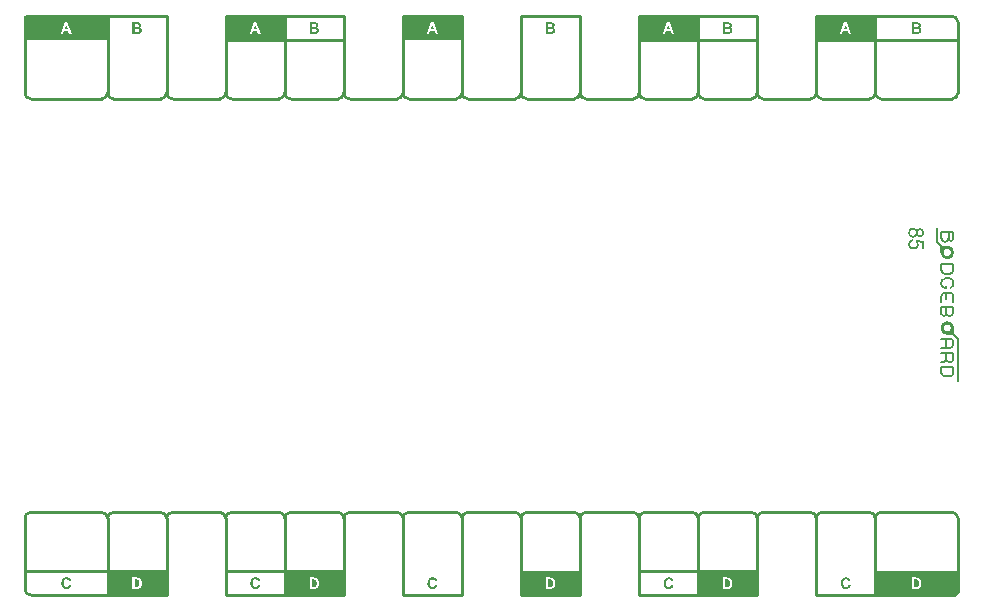
<source format=gto>
G04*
G04 #@! TF.GenerationSoftware,Altium Limited,Altium Designer,24.6.1 (21)*
G04*
G04 Layer_Color=65535*
%FSLAX44Y44*%
%MOMM*%
G71*
G04*
G04 #@! TF.SameCoordinates,D3BBE74D-FBB0-432F-9B48-3D12EA20F86B*
G04*
G04*
G04 #@! TF.FilePolarity,Positive*
G04*
G01*
G75*
%ADD10C,0.2000*%
%ADD11C,0.2000*%
%ADD12C,0.2500*%
%ADD13C,0.2500*%
G36*
X450206Y-10206D02*
X450450D01*
X450731Y-10225D01*
X451012Y-10243D01*
X451275Y-10262D01*
X451397Y-10281D01*
X451509Y-10300D01*
X451537D01*
X451565Y-10309D01*
X451603Y-10318D01*
X451706Y-10346D01*
X451846Y-10384D01*
X452006Y-10440D01*
X452165Y-10506D01*
X452343Y-10590D01*
X452512Y-10693D01*
X452521D01*
X452531Y-10703D01*
X452587Y-10749D01*
X452671Y-10815D01*
X452774Y-10909D01*
X452887Y-11021D01*
X453018Y-11162D01*
X453140Y-11321D01*
X453252Y-11499D01*
Y-11509D01*
X453262Y-11518D01*
X453280Y-11546D01*
X453299Y-11584D01*
X453318Y-11631D01*
X453346Y-11687D01*
X453402Y-11827D01*
X453459Y-11996D01*
X453505Y-12184D01*
X453543Y-12399D01*
X453552Y-12624D01*
Y-12633D01*
Y-12652D01*
Y-12690D01*
X453543Y-12737D01*
Y-12793D01*
X453534Y-12868D01*
X453505Y-13027D01*
X453468Y-13224D01*
X453402Y-13430D01*
X453309Y-13646D01*
X453187Y-13861D01*
Y-13871D01*
X453168Y-13889D01*
X453149Y-13917D01*
X453121Y-13955D01*
X453037Y-14058D01*
X452924Y-14180D01*
X452784Y-14311D01*
X452615Y-14452D01*
X452418Y-14583D01*
X452203Y-14705D01*
X452212D01*
X452240Y-14714D01*
X452287Y-14733D01*
X452343Y-14752D01*
X452418Y-14780D01*
X452503Y-14817D01*
X452699Y-14911D01*
X452915Y-15033D01*
X453140Y-15183D01*
X453355Y-15370D01*
X453449Y-15473D01*
X453543Y-15586D01*
X453552Y-15595D01*
X453562Y-15614D01*
X453590Y-15651D01*
X453618Y-15698D01*
X453655Y-15754D01*
X453693Y-15820D01*
X453740Y-15904D01*
X453787Y-15998D01*
X453824Y-16092D01*
X453871Y-16204D01*
X453946Y-16448D01*
X454002Y-16729D01*
X454011Y-16879D01*
X454021Y-17029D01*
Y-17039D01*
Y-17057D01*
Y-17095D01*
Y-17142D01*
X454011Y-17198D01*
X454002Y-17263D01*
X453983Y-17432D01*
X453946Y-17620D01*
X453890Y-17835D01*
X453815Y-18069D01*
X453712Y-18304D01*
Y-18313D01*
X453702Y-18332D01*
X453684Y-18360D01*
X453655Y-18407D01*
X453627Y-18454D01*
X453590Y-18519D01*
X453496Y-18660D01*
X453374Y-18819D01*
X453234Y-18979D01*
X453065Y-19138D01*
X452877Y-19288D01*
X452868D01*
X452849Y-19307D01*
X452821Y-19325D01*
X452784Y-19344D01*
X452737Y-19372D01*
X452671Y-19410D01*
X452596Y-19447D01*
X452521Y-19485D01*
X452334Y-19560D01*
X452109Y-19635D01*
X451865Y-19700D01*
X451584Y-19747D01*
X451528D01*
X451481Y-19757D01*
X451415D01*
X451331Y-19766D01*
X451228D01*
X451106Y-19775D01*
X450965D01*
X450797Y-19785D01*
X450609D01*
X450394Y-19794D01*
X449878D01*
X449569Y-19803D01*
X445979D01*
Y-10196D01*
X450094D01*
X450206Y-10206D01*
D02*
G37*
G36*
X275000Y-495000D02*
X225000D01*
Y-475000D01*
X275000D01*
Y-495000D01*
D02*
G37*
G36*
X225000Y-25000D02*
X175000D01*
Y-5000D01*
X225000D01*
Y-25000D01*
D02*
G37*
G36*
X375000D02*
X325000D01*
Y-5000D01*
X375000D01*
Y-25000D01*
D02*
G37*
G36*
X760206Y-10206D02*
X760450D01*
X760731Y-10225D01*
X761012Y-10243D01*
X761275Y-10262D01*
X761396Y-10281D01*
X761509Y-10300D01*
X761537D01*
X761565Y-10309D01*
X761603Y-10318D01*
X761706Y-10346D01*
X761846Y-10384D01*
X762006Y-10440D01*
X762165Y-10506D01*
X762343Y-10590D01*
X762512Y-10693D01*
X762521D01*
X762531Y-10703D01*
X762587Y-10749D01*
X762671Y-10815D01*
X762774Y-10909D01*
X762887Y-11021D01*
X763018Y-11162D01*
X763140Y-11321D01*
X763252Y-11499D01*
Y-11509D01*
X763262Y-11518D01*
X763280Y-11546D01*
X763299Y-11584D01*
X763318Y-11631D01*
X763346Y-11687D01*
X763402Y-11827D01*
X763458Y-11996D01*
X763505Y-12184D01*
X763543Y-12399D01*
X763552Y-12624D01*
Y-12633D01*
Y-12652D01*
Y-12690D01*
X763543Y-12737D01*
Y-12793D01*
X763533Y-12868D01*
X763505Y-13027D01*
X763468Y-13224D01*
X763402Y-13430D01*
X763309Y-13646D01*
X763187Y-13861D01*
Y-13871D01*
X763168Y-13889D01*
X763149Y-13917D01*
X763121Y-13955D01*
X763037Y-14058D01*
X762924Y-14180D01*
X762784Y-14311D01*
X762615Y-14452D01*
X762418Y-14583D01*
X762203Y-14705D01*
X762212D01*
X762240Y-14714D01*
X762287Y-14733D01*
X762343Y-14752D01*
X762418Y-14780D01*
X762503Y-14817D01*
X762699Y-14911D01*
X762915Y-15033D01*
X763140Y-15183D01*
X763355Y-15370D01*
X763449Y-15473D01*
X763543Y-15586D01*
X763552Y-15595D01*
X763562Y-15614D01*
X763590Y-15651D01*
X763618Y-15698D01*
X763655Y-15754D01*
X763693Y-15820D01*
X763740Y-15904D01*
X763787Y-15998D01*
X763824Y-16092D01*
X763871Y-16204D01*
X763946Y-16448D01*
X764002Y-16729D01*
X764012Y-16879D01*
X764021Y-17029D01*
Y-17039D01*
Y-17057D01*
Y-17095D01*
Y-17142D01*
X764012Y-17198D01*
X764002Y-17263D01*
X763983Y-17432D01*
X763946Y-17620D01*
X763890Y-17835D01*
X763815Y-18069D01*
X763712Y-18304D01*
Y-18313D01*
X763702Y-18332D01*
X763683Y-18360D01*
X763655Y-18407D01*
X763627Y-18454D01*
X763590Y-18519D01*
X763496Y-18660D01*
X763374Y-18819D01*
X763234Y-18979D01*
X763065Y-19138D01*
X762877Y-19288D01*
X762868D01*
X762849Y-19307D01*
X762821Y-19325D01*
X762784Y-19344D01*
X762737Y-19372D01*
X762671Y-19410D01*
X762596Y-19447D01*
X762521Y-19485D01*
X762334Y-19560D01*
X762109Y-19635D01*
X761865Y-19700D01*
X761584Y-19747D01*
X761528D01*
X761481Y-19757D01*
X761415D01*
X761331Y-19766D01*
X761228D01*
X761106Y-19775D01*
X760965D01*
X760797Y-19785D01*
X760609D01*
X760394Y-19794D01*
X759878D01*
X759569Y-19803D01*
X755979D01*
Y-10196D01*
X760094D01*
X760206Y-10206D01*
D02*
G37*
G36*
X625000Y-495000D02*
X575000D01*
Y-475000D01*
X625000D01*
Y-495000D01*
D02*
G37*
G36*
X40596Y-480042D02*
X40749Y-480056D01*
X40915Y-480084D01*
X41109Y-480111D01*
X41318Y-480153D01*
X41539Y-480208D01*
X41775Y-480278D01*
X42011Y-480361D01*
X42260Y-480472D01*
X42496Y-480583D01*
X42718Y-480722D01*
X42954Y-480888D01*
X43162Y-481068D01*
X43176D01*
X43190Y-481096D01*
X43231Y-481138D01*
X43273Y-481179D01*
X43328Y-481249D01*
X43384Y-481332D01*
X43536Y-481526D01*
X43689Y-481776D01*
X43855Y-482081D01*
X44008Y-482427D01*
X44147Y-482830D01*
X42233Y-483287D01*
Y-483273D01*
X42219Y-483260D01*
Y-483218D01*
X42191Y-483162D01*
X42150Y-483038D01*
X42080Y-482871D01*
X41983Y-482677D01*
X41858Y-482483D01*
X41692Y-482289D01*
X41512Y-482122D01*
X41484Y-482108D01*
X41414Y-482053D01*
X41304Y-481984D01*
X41151Y-481900D01*
X40957Y-481817D01*
X40735Y-481748D01*
X40485Y-481692D01*
X40208Y-481679D01*
X40111D01*
X40028Y-481692D01*
X39945Y-481706D01*
X39834Y-481720D01*
X39598Y-481776D01*
X39320Y-481873D01*
X39029Y-482011D01*
X38877Y-482094D01*
X38738Y-482192D01*
X38599Y-482316D01*
X38474Y-482455D01*
Y-482469D01*
X38447Y-482497D01*
X38419Y-482538D01*
X38377Y-482608D01*
X38322Y-482691D01*
X38266Y-482788D01*
X38211Y-482913D01*
X38156Y-483051D01*
X38086Y-483218D01*
X38031Y-483398D01*
X37975Y-483606D01*
X37920Y-483828D01*
X37878Y-484078D01*
X37850Y-484341D01*
X37836Y-484632D01*
X37823Y-484951D01*
Y-484965D01*
Y-485035D01*
Y-485132D01*
X37836Y-485243D01*
Y-485395D01*
X37864Y-485575D01*
X37878Y-485756D01*
X37906Y-485964D01*
X37989Y-486394D01*
X38100Y-486824D01*
X38169Y-487032D01*
X38266Y-487226D01*
X38363Y-487406D01*
X38474Y-487559D01*
X38488Y-487573D01*
X38502Y-487586D01*
X38544Y-487628D01*
X38599Y-487683D01*
X38738Y-487794D01*
X38932Y-487933D01*
X39168Y-488086D01*
X39459Y-488197D01*
X39792Y-488294D01*
X39972Y-488308D01*
X40166Y-488321D01*
X40236D01*
X40291Y-488308D01*
X40444Y-488294D01*
X40624Y-488266D01*
X40818Y-488197D01*
X41040Y-488113D01*
X41262Y-488003D01*
X41484Y-487836D01*
X41512Y-487808D01*
X41581Y-487739D01*
X41678Y-487628D01*
X41789Y-487462D01*
X41928Y-487240D01*
X42052Y-486976D01*
X42177Y-486657D01*
X42288Y-486283D01*
X44174Y-486865D01*
Y-486879D01*
X44160Y-486935D01*
X44133Y-487018D01*
X44091Y-487129D01*
X44036Y-487254D01*
X43980Y-487406D01*
X43911Y-487573D01*
X43828Y-487753D01*
X43633Y-488127D01*
X43384Y-488516D01*
X43079Y-488890D01*
X42912Y-489057D01*
X42732Y-489209D01*
X42718Y-489223D01*
X42690Y-489237D01*
X42635Y-489278D01*
X42552Y-489334D01*
X42455Y-489389D01*
X42330Y-489445D01*
X42191Y-489514D01*
X42039Y-489584D01*
X41858Y-489667D01*
X41664Y-489736D01*
X41456Y-489791D01*
X41234Y-489847D01*
X40999Y-489902D01*
X40735Y-489944D01*
X40472Y-489958D01*
X40180Y-489972D01*
X40097D01*
X40000Y-489958D01*
X39861Y-489944D01*
X39709Y-489930D01*
X39515Y-489902D01*
X39307Y-489861D01*
X39071Y-489805D01*
X38835Y-489736D01*
X38585Y-489653D01*
X38322Y-489542D01*
X38058Y-489417D01*
X37795Y-489278D01*
X37531Y-489098D01*
X37282Y-488904D01*
X37046Y-488668D01*
X37032Y-488654D01*
X36990Y-488613D01*
X36935Y-488530D01*
X36852Y-488432D01*
X36769Y-488294D01*
X36658Y-488141D01*
X36547Y-487947D01*
X36436Y-487725D01*
X36325Y-487489D01*
X36214Y-487226D01*
X36103Y-486921D01*
X36020Y-486602D01*
X35937Y-486269D01*
X35881Y-485895D01*
X35840Y-485506D01*
X35826Y-485090D01*
Y-485076D01*
Y-485062D01*
Y-484979D01*
X35840Y-484854D01*
Y-484688D01*
X35867Y-484494D01*
X35895Y-484258D01*
X35923Y-484008D01*
X35978Y-483717D01*
X36047Y-483426D01*
X36131Y-483121D01*
X36228Y-482816D01*
X36353Y-482497D01*
X36491Y-482192D01*
X36658Y-481900D01*
X36838Y-481623D01*
X37060Y-481359D01*
X37074Y-481346D01*
X37115Y-481304D01*
X37185Y-481235D01*
X37282Y-481152D01*
X37407Y-481054D01*
X37559Y-480943D01*
X37726Y-480819D01*
X37934Y-480694D01*
X38156Y-480569D01*
X38391Y-480444D01*
X38669Y-480333D01*
X38946Y-480236D01*
X39265Y-480153D01*
X39584Y-480084D01*
X39945Y-480042D01*
X40305Y-480028D01*
X40472D01*
X40596Y-480042D01*
D02*
G37*
G36*
X795000Y-495000D02*
X725000D01*
Y-475000D01*
X795000D01*
Y-495000D01*
D02*
G37*
G36*
X575000Y-25000D02*
X525000D01*
Y-5000D01*
X575000D01*
Y-25000D01*
D02*
G37*
G36*
X350596Y-480042D02*
X350749Y-480056D01*
X350915Y-480084D01*
X351109Y-480111D01*
X351317Y-480153D01*
X351539Y-480208D01*
X351775Y-480278D01*
X352011Y-480361D01*
X352261Y-480472D01*
X352496Y-480583D01*
X352718Y-480722D01*
X352954Y-480888D01*
X353162Y-481068D01*
X353176D01*
X353190Y-481096D01*
X353231Y-481138D01*
X353273Y-481179D01*
X353328Y-481249D01*
X353384Y-481332D01*
X353536Y-481526D01*
X353689Y-481776D01*
X353855Y-482081D01*
X354008Y-482427D01*
X354147Y-482830D01*
X352233Y-483287D01*
Y-483273D01*
X352219Y-483260D01*
Y-483218D01*
X352191Y-483162D01*
X352150Y-483038D01*
X352080Y-482871D01*
X351983Y-482677D01*
X351858Y-482483D01*
X351692Y-482289D01*
X351512Y-482122D01*
X351484Y-482108D01*
X351414Y-482053D01*
X351304Y-481984D01*
X351151Y-481900D01*
X350957Y-481817D01*
X350735Y-481748D01*
X350485Y-481692D01*
X350208Y-481679D01*
X350111D01*
X350028Y-481692D01*
X349944Y-481706D01*
X349833Y-481720D01*
X349598Y-481776D01*
X349320Y-481873D01*
X349029Y-482011D01*
X348877Y-482094D01*
X348738Y-482192D01*
X348599Y-482316D01*
X348474Y-482455D01*
Y-482469D01*
X348447Y-482497D01*
X348419Y-482538D01*
X348377Y-482608D01*
X348322Y-482691D01*
X348266Y-482788D01*
X348211Y-482913D01*
X348156Y-483051D01*
X348086Y-483218D01*
X348031Y-483398D01*
X347975Y-483606D01*
X347920Y-483828D01*
X347878Y-484078D01*
X347850Y-484341D01*
X347836Y-484632D01*
X347823Y-484951D01*
Y-484965D01*
Y-485035D01*
Y-485132D01*
X347836Y-485243D01*
Y-485395D01*
X347864Y-485575D01*
X347878Y-485756D01*
X347906Y-485964D01*
X347989Y-486394D01*
X348100Y-486824D01*
X348169Y-487032D01*
X348266Y-487226D01*
X348363Y-487406D01*
X348474Y-487559D01*
X348488Y-487573D01*
X348502Y-487586D01*
X348544Y-487628D01*
X348599Y-487683D01*
X348738Y-487794D01*
X348932Y-487933D01*
X349168Y-488086D01*
X349459Y-488197D01*
X349792Y-488294D01*
X349972Y-488308D01*
X350166Y-488321D01*
X350236D01*
X350291Y-488308D01*
X350444Y-488294D01*
X350624Y-488266D01*
X350818Y-488197D01*
X351040Y-488113D01*
X351262Y-488003D01*
X351484Y-487836D01*
X351512Y-487808D01*
X351581Y-487739D01*
X351678Y-487628D01*
X351789Y-487462D01*
X351928Y-487240D01*
X352052Y-486976D01*
X352177Y-486657D01*
X352288Y-486283D01*
X354174Y-486865D01*
Y-486879D01*
X354160Y-486935D01*
X354133Y-487018D01*
X354091Y-487129D01*
X354036Y-487254D01*
X353980Y-487406D01*
X353911Y-487573D01*
X353828Y-487753D01*
X353633Y-488127D01*
X353384Y-488516D01*
X353079Y-488890D01*
X352912Y-489057D01*
X352732Y-489209D01*
X352718Y-489223D01*
X352690Y-489237D01*
X352635Y-489278D01*
X352552Y-489334D01*
X352455Y-489389D01*
X352330Y-489445D01*
X352191Y-489514D01*
X352039Y-489584D01*
X351858Y-489667D01*
X351664Y-489736D01*
X351456Y-489791D01*
X351234Y-489847D01*
X350998Y-489902D01*
X350735Y-489944D01*
X350471Y-489958D01*
X350180Y-489972D01*
X350097D01*
X350000Y-489958D01*
X349861Y-489944D01*
X349709Y-489930D01*
X349515Y-489902D01*
X349306Y-489861D01*
X349071Y-489805D01*
X348835Y-489736D01*
X348585Y-489653D01*
X348322Y-489542D01*
X348058Y-489417D01*
X347795Y-489278D01*
X347531Y-489098D01*
X347282Y-488904D01*
X347046Y-488668D01*
X347032Y-488654D01*
X346991Y-488613D01*
X346935Y-488530D01*
X346852Y-488432D01*
X346769Y-488294D01*
X346658Y-488141D01*
X346547Y-487947D01*
X346436Y-487725D01*
X346325Y-487489D01*
X346214Y-487226D01*
X346103Y-486921D01*
X346020Y-486602D01*
X345937Y-486269D01*
X345881Y-485895D01*
X345839Y-485506D01*
X345826Y-485090D01*
Y-485076D01*
Y-485062D01*
Y-484979D01*
X345839Y-484854D01*
Y-484688D01*
X345867Y-484494D01*
X345895Y-484258D01*
X345923Y-484008D01*
X345978Y-483717D01*
X346048Y-483426D01*
X346131Y-483121D01*
X346228Y-482816D01*
X346353Y-482497D01*
X346491Y-482192D01*
X346658Y-481900D01*
X346838Y-481623D01*
X347060Y-481359D01*
X347074Y-481346D01*
X347115Y-481304D01*
X347185Y-481235D01*
X347282Y-481152D01*
X347407Y-481054D01*
X347559Y-480943D01*
X347725Y-480819D01*
X347934Y-480694D01*
X348156Y-480569D01*
X348391Y-480444D01*
X348669Y-480333D01*
X348946Y-480236D01*
X349265Y-480153D01*
X349584Y-480084D01*
X349944Y-480042D01*
X350305Y-480028D01*
X350471D01*
X350596Y-480042D01*
D02*
G37*
G36*
X125000Y-495000D02*
X75000D01*
Y-475000D01*
X125000D01*
Y-495000D01*
D02*
G37*
G36*
X200596Y-480042D02*
X200749Y-480056D01*
X200915Y-480084D01*
X201109Y-480111D01*
X201318Y-480153D01*
X201539Y-480208D01*
X201775Y-480278D01*
X202011Y-480361D01*
X202260Y-480472D01*
X202496Y-480583D01*
X202718Y-480722D01*
X202954Y-480888D01*
X203162Y-481068D01*
X203176D01*
X203190Y-481096D01*
X203231Y-481138D01*
X203273Y-481179D01*
X203328Y-481249D01*
X203384Y-481332D01*
X203536Y-481526D01*
X203689Y-481776D01*
X203855Y-482081D01*
X204008Y-482427D01*
X204147Y-482830D01*
X202233Y-483287D01*
Y-483273D01*
X202219Y-483260D01*
Y-483218D01*
X202191Y-483162D01*
X202150Y-483038D01*
X202080Y-482871D01*
X201983Y-482677D01*
X201858Y-482483D01*
X201692Y-482289D01*
X201512Y-482122D01*
X201484Y-482108D01*
X201415Y-482053D01*
X201304Y-481984D01*
X201151Y-481900D01*
X200957Y-481817D01*
X200735Y-481748D01*
X200485Y-481692D01*
X200208Y-481679D01*
X200111D01*
X200028Y-481692D01*
X199944Y-481706D01*
X199834Y-481720D01*
X199598Y-481776D01*
X199320Y-481873D01*
X199029Y-482011D01*
X198877Y-482094D01*
X198738Y-482192D01*
X198599Y-482316D01*
X198474Y-482455D01*
Y-482469D01*
X198447Y-482497D01*
X198419Y-482538D01*
X198377Y-482608D01*
X198322Y-482691D01*
X198266Y-482788D01*
X198211Y-482913D01*
X198155Y-483051D01*
X198086Y-483218D01*
X198031Y-483398D01*
X197975Y-483606D01*
X197920Y-483828D01*
X197878Y-484078D01*
X197850Y-484341D01*
X197836Y-484632D01*
X197823Y-484951D01*
Y-484965D01*
Y-485035D01*
Y-485132D01*
X197836Y-485243D01*
Y-485395D01*
X197864Y-485575D01*
X197878Y-485756D01*
X197906Y-485964D01*
X197989Y-486394D01*
X198100Y-486824D01*
X198169Y-487032D01*
X198266Y-487226D01*
X198363Y-487406D01*
X198474Y-487559D01*
X198488Y-487573D01*
X198502Y-487586D01*
X198544Y-487628D01*
X198599Y-487683D01*
X198738Y-487794D01*
X198932Y-487933D01*
X199168Y-488086D01*
X199459Y-488197D01*
X199792Y-488294D01*
X199972Y-488308D01*
X200166Y-488321D01*
X200236D01*
X200291Y-488308D01*
X200444Y-488294D01*
X200624Y-488266D01*
X200818Y-488197D01*
X201040Y-488113D01*
X201262Y-488003D01*
X201484Y-487836D01*
X201512Y-487808D01*
X201581Y-487739D01*
X201678Y-487628D01*
X201789Y-487462D01*
X201928Y-487240D01*
X202052Y-486976D01*
X202177Y-486657D01*
X202288Y-486283D01*
X204174Y-486865D01*
Y-486879D01*
X204160Y-486935D01*
X204133Y-487018D01*
X204091Y-487129D01*
X204036Y-487254D01*
X203980Y-487406D01*
X203911Y-487573D01*
X203828Y-487753D01*
X203633Y-488127D01*
X203384Y-488516D01*
X203079Y-488890D01*
X202912Y-489057D01*
X202732Y-489209D01*
X202718Y-489223D01*
X202690Y-489237D01*
X202635Y-489278D01*
X202552Y-489334D01*
X202455Y-489389D01*
X202330Y-489445D01*
X202191Y-489514D01*
X202039Y-489584D01*
X201858Y-489667D01*
X201664Y-489736D01*
X201456Y-489791D01*
X201234Y-489847D01*
X200998Y-489902D01*
X200735Y-489944D01*
X200471Y-489958D01*
X200180Y-489972D01*
X200097D01*
X200000Y-489958D01*
X199861Y-489944D01*
X199709Y-489930D01*
X199515Y-489902D01*
X199307Y-489861D01*
X199071Y-489805D01*
X198835Y-489736D01*
X198585Y-489653D01*
X198322Y-489542D01*
X198058Y-489417D01*
X197795Y-489278D01*
X197531Y-489098D01*
X197282Y-488904D01*
X197046Y-488668D01*
X197032Y-488654D01*
X196991Y-488613D01*
X196935Y-488530D01*
X196852Y-488432D01*
X196769Y-488294D01*
X196658Y-488141D01*
X196547Y-487947D01*
X196436Y-487725D01*
X196325Y-487489D01*
X196214Y-487226D01*
X196103Y-486921D01*
X196020Y-486602D01*
X195937Y-486269D01*
X195881Y-485895D01*
X195839Y-485506D01*
X195826Y-485090D01*
Y-485076D01*
Y-485062D01*
Y-484979D01*
X195839Y-484854D01*
Y-484688D01*
X195867Y-484494D01*
X195895Y-484258D01*
X195923Y-484008D01*
X195978Y-483717D01*
X196047Y-483426D01*
X196131Y-483121D01*
X196228Y-482816D01*
X196353Y-482497D01*
X196491Y-482192D01*
X196658Y-481900D01*
X196838Y-481623D01*
X197060Y-481359D01*
X197074Y-481346D01*
X197115Y-481304D01*
X197185Y-481235D01*
X197282Y-481152D01*
X197407Y-481054D01*
X197559Y-480943D01*
X197726Y-480819D01*
X197934Y-480694D01*
X198155Y-480569D01*
X198391Y-480444D01*
X198669Y-480333D01*
X198946Y-480236D01*
X199265Y-480153D01*
X199584Y-480084D01*
X199944Y-480042D01*
X200305Y-480028D01*
X200471D01*
X200596Y-480042D01*
D02*
G37*
G36*
X475000Y-495000D02*
X425000D01*
Y-475000D01*
X475000D01*
Y-495000D01*
D02*
G37*
G36*
X75000Y-25000D02*
X5000D01*
Y-5000D01*
X75000D01*
Y-25000D01*
D02*
G37*
G36*
X725000D02*
X675000D01*
Y-5000D01*
X725000D01*
Y-25000D01*
D02*
G37*
G36*
X550596Y-480042D02*
X550749Y-480056D01*
X550915Y-480084D01*
X551110Y-480111D01*
X551317Y-480153D01*
X551539Y-480208D01*
X551775Y-480278D01*
X552011Y-480361D01*
X552261Y-480472D01*
X552496Y-480583D01*
X552718Y-480722D01*
X552954Y-480888D01*
X553162Y-481068D01*
X553176D01*
X553190Y-481096D01*
X553231Y-481138D01*
X553273Y-481179D01*
X553328Y-481249D01*
X553384Y-481332D01*
X553536Y-481526D01*
X553689Y-481776D01*
X553855Y-482081D01*
X554008Y-482427D01*
X554147Y-482830D01*
X552233Y-483287D01*
Y-483273D01*
X552219Y-483260D01*
Y-483218D01*
X552191Y-483162D01*
X552150Y-483038D01*
X552080Y-482871D01*
X551983Y-482677D01*
X551858Y-482483D01*
X551692Y-482289D01*
X551512Y-482122D01*
X551484Y-482108D01*
X551415Y-482053D01*
X551304Y-481984D01*
X551151Y-481900D01*
X550957Y-481817D01*
X550735Y-481748D01*
X550485Y-481692D01*
X550208Y-481679D01*
X550111D01*
X550028Y-481692D01*
X549944Y-481706D01*
X549834Y-481720D01*
X549598Y-481776D01*
X549320Y-481873D01*
X549029Y-482011D01*
X548877Y-482094D01*
X548738Y-482192D01*
X548599Y-482316D01*
X548475Y-482455D01*
Y-482469D01*
X548447Y-482497D01*
X548419Y-482538D01*
X548377Y-482608D01*
X548322Y-482691D01*
X548266Y-482788D01*
X548211Y-482913D01*
X548156Y-483051D01*
X548086Y-483218D01*
X548031Y-483398D01*
X547975Y-483606D01*
X547920Y-483828D01*
X547878Y-484078D01*
X547850Y-484341D01*
X547836Y-484632D01*
X547823Y-484951D01*
Y-484965D01*
Y-485035D01*
Y-485132D01*
X547836Y-485243D01*
Y-485395D01*
X547864Y-485575D01*
X547878Y-485756D01*
X547906Y-485964D01*
X547989Y-486394D01*
X548100Y-486824D01*
X548169Y-487032D01*
X548266Y-487226D01*
X548363Y-487406D01*
X548475Y-487559D01*
X548488Y-487573D01*
X548502Y-487586D01*
X548544Y-487628D01*
X548599Y-487683D01*
X548738Y-487794D01*
X548932Y-487933D01*
X549168Y-488086D01*
X549459Y-488197D01*
X549792Y-488294D01*
X549972Y-488308D01*
X550166Y-488321D01*
X550236D01*
X550291Y-488308D01*
X550444Y-488294D01*
X550624Y-488266D01*
X550818Y-488197D01*
X551040Y-488113D01*
X551262Y-488003D01*
X551484Y-487836D01*
X551512Y-487808D01*
X551581Y-487739D01*
X551678Y-487628D01*
X551789Y-487462D01*
X551928Y-487240D01*
X552052Y-486976D01*
X552177Y-486657D01*
X552288Y-486283D01*
X554174Y-486865D01*
Y-486879D01*
X554160Y-486935D01*
X554133Y-487018D01*
X554091Y-487129D01*
X554036Y-487254D01*
X553980Y-487406D01*
X553911Y-487573D01*
X553828Y-487753D01*
X553633Y-488127D01*
X553384Y-488516D01*
X553079Y-488890D01*
X552912Y-489057D01*
X552732Y-489209D01*
X552718Y-489223D01*
X552691Y-489237D01*
X552635Y-489278D01*
X552552Y-489334D01*
X552455Y-489389D01*
X552330Y-489445D01*
X552191Y-489514D01*
X552039Y-489584D01*
X551858Y-489667D01*
X551664Y-489736D01*
X551456Y-489791D01*
X551234Y-489847D01*
X550998Y-489902D01*
X550735Y-489944D01*
X550471Y-489958D01*
X550180Y-489972D01*
X550097D01*
X550000Y-489958D01*
X549861Y-489944D01*
X549709Y-489930D01*
X549515Y-489902D01*
X549307Y-489861D01*
X549071Y-489805D01*
X548835Y-489736D01*
X548585Y-489653D01*
X548322Y-489542D01*
X548058Y-489417D01*
X547795Y-489278D01*
X547531Y-489098D01*
X547282Y-488904D01*
X547046Y-488668D01*
X547032Y-488654D01*
X546991Y-488613D01*
X546935Y-488530D01*
X546852Y-488432D01*
X546769Y-488294D01*
X546658Y-488141D01*
X546547Y-487947D01*
X546436Y-487725D01*
X546325Y-487489D01*
X546214Y-487226D01*
X546103Y-486921D01*
X546020Y-486602D01*
X545937Y-486269D01*
X545881Y-485895D01*
X545840Y-485506D01*
X545826Y-485090D01*
Y-485076D01*
Y-485062D01*
Y-484979D01*
X545840Y-484854D01*
Y-484688D01*
X545867Y-484494D01*
X545895Y-484258D01*
X545923Y-484008D01*
X545978Y-483717D01*
X546048Y-483426D01*
X546131Y-483121D01*
X546228Y-482816D01*
X546353Y-482497D01*
X546491Y-482192D01*
X546658Y-481900D01*
X546838Y-481623D01*
X547060Y-481359D01*
X547074Y-481346D01*
X547115Y-481304D01*
X547185Y-481235D01*
X547282Y-481152D01*
X547407Y-481054D01*
X547559Y-480943D01*
X547726Y-480819D01*
X547934Y-480694D01*
X548156Y-480569D01*
X548391Y-480444D01*
X548669Y-480333D01*
X548946Y-480236D01*
X549265Y-480153D01*
X549584Y-480084D01*
X549944Y-480042D01*
X550305Y-480028D01*
X550471D01*
X550596Y-480042D01*
D02*
G37*
G36*
X600206Y-10206D02*
X600450D01*
X600731Y-10225D01*
X601012Y-10243D01*
X601275Y-10262D01*
X601397Y-10281D01*
X601509Y-10300D01*
X601537D01*
X601565Y-10309D01*
X601603Y-10318D01*
X601706Y-10346D01*
X601846Y-10384D01*
X602006Y-10440D01*
X602165Y-10506D01*
X602343Y-10590D01*
X602512Y-10693D01*
X602521D01*
X602531Y-10703D01*
X602587Y-10749D01*
X602671Y-10815D01*
X602774Y-10909D01*
X602887Y-11021D01*
X603018Y-11162D01*
X603140Y-11321D01*
X603252Y-11499D01*
Y-11509D01*
X603262Y-11518D01*
X603280Y-11546D01*
X603299Y-11584D01*
X603318Y-11631D01*
X603346Y-11687D01*
X603402Y-11827D01*
X603459Y-11996D01*
X603505Y-12184D01*
X603543Y-12399D01*
X603552Y-12624D01*
Y-12633D01*
Y-12652D01*
Y-12690D01*
X603543Y-12737D01*
Y-12793D01*
X603534Y-12868D01*
X603505Y-13027D01*
X603468Y-13224D01*
X603402Y-13430D01*
X603309Y-13646D01*
X603187Y-13861D01*
Y-13871D01*
X603168Y-13889D01*
X603149Y-13917D01*
X603121Y-13955D01*
X603037Y-14058D01*
X602924Y-14180D01*
X602784Y-14311D01*
X602615Y-14452D01*
X602418Y-14583D01*
X602203Y-14705D01*
X602212D01*
X602240Y-14714D01*
X602287Y-14733D01*
X602343Y-14752D01*
X602418Y-14780D01*
X602503Y-14817D01*
X602699Y-14911D01*
X602915Y-15033D01*
X603140Y-15183D01*
X603355Y-15370D01*
X603449Y-15473D01*
X603543Y-15586D01*
X603552Y-15595D01*
X603562Y-15614D01*
X603590Y-15651D01*
X603618Y-15698D01*
X603655Y-15754D01*
X603693Y-15820D01*
X603740Y-15904D01*
X603787Y-15998D01*
X603824Y-16092D01*
X603871Y-16204D01*
X603946Y-16448D01*
X604002Y-16729D01*
X604011Y-16879D01*
X604021Y-17029D01*
Y-17039D01*
Y-17057D01*
Y-17095D01*
Y-17142D01*
X604011Y-17198D01*
X604002Y-17263D01*
X603983Y-17432D01*
X603946Y-17620D01*
X603890Y-17835D01*
X603815Y-18069D01*
X603712Y-18304D01*
Y-18313D01*
X603702Y-18332D01*
X603684Y-18360D01*
X603655Y-18407D01*
X603627Y-18454D01*
X603590Y-18519D01*
X603496Y-18660D01*
X603374Y-18819D01*
X603234Y-18979D01*
X603065Y-19138D01*
X602877Y-19288D01*
X602868D01*
X602849Y-19307D01*
X602821Y-19325D01*
X602784Y-19344D01*
X602737Y-19372D01*
X602671Y-19410D01*
X602596Y-19447D01*
X602521Y-19485D01*
X602334Y-19560D01*
X602109Y-19635D01*
X601865Y-19700D01*
X601584Y-19747D01*
X601528D01*
X601481Y-19757D01*
X601415D01*
X601331Y-19766D01*
X601228D01*
X601106Y-19775D01*
X600965D01*
X600797Y-19785D01*
X600609D01*
X600394Y-19794D01*
X599878D01*
X599569Y-19803D01*
X595979D01*
Y-10196D01*
X600094D01*
X600206Y-10206D01*
D02*
G37*
G36*
X700596Y-480042D02*
X700749Y-480056D01*
X700915Y-480084D01*
X701109Y-480111D01*
X701318Y-480153D01*
X701539Y-480208D01*
X701775Y-480278D01*
X702011Y-480361D01*
X702261Y-480472D01*
X702496Y-480583D01*
X702718Y-480722D01*
X702954Y-480888D01*
X703162Y-481068D01*
X703176D01*
X703190Y-481096D01*
X703231Y-481138D01*
X703273Y-481179D01*
X703328Y-481249D01*
X703384Y-481332D01*
X703536Y-481526D01*
X703689Y-481776D01*
X703855Y-482081D01*
X704008Y-482427D01*
X704147Y-482830D01*
X702233Y-483287D01*
Y-483273D01*
X702219Y-483260D01*
Y-483218D01*
X702191Y-483162D01*
X702150Y-483038D01*
X702080Y-482871D01*
X701983Y-482677D01*
X701858Y-482483D01*
X701692Y-482289D01*
X701512Y-482122D01*
X701484Y-482108D01*
X701415Y-482053D01*
X701304Y-481984D01*
X701151Y-481900D01*
X700957Y-481817D01*
X700735Y-481748D01*
X700485Y-481692D01*
X700208Y-481679D01*
X700111D01*
X700028Y-481692D01*
X699945Y-481706D01*
X699834Y-481720D01*
X699598Y-481776D01*
X699320Y-481873D01*
X699029Y-482011D01*
X698877Y-482094D01*
X698738Y-482192D01*
X698599Y-482316D01*
X698475Y-482455D01*
Y-482469D01*
X698447Y-482497D01*
X698419Y-482538D01*
X698377Y-482608D01*
X698322Y-482691D01*
X698266Y-482788D01*
X698211Y-482913D01*
X698156Y-483051D01*
X698086Y-483218D01*
X698031Y-483398D01*
X697975Y-483606D01*
X697920Y-483828D01*
X697878Y-484078D01*
X697850Y-484341D01*
X697837Y-484632D01*
X697823Y-484951D01*
Y-484965D01*
Y-485035D01*
Y-485132D01*
X697837Y-485243D01*
Y-485395D01*
X697864Y-485575D01*
X697878Y-485756D01*
X697906Y-485964D01*
X697989Y-486394D01*
X698100Y-486824D01*
X698169Y-487032D01*
X698266Y-487226D01*
X698363Y-487406D01*
X698475Y-487559D01*
X698488Y-487573D01*
X698502Y-487586D01*
X698544Y-487628D01*
X698599Y-487683D01*
X698738Y-487794D01*
X698932Y-487933D01*
X699168Y-488086D01*
X699459Y-488197D01*
X699792Y-488294D01*
X699972Y-488308D01*
X700166Y-488321D01*
X700236D01*
X700291Y-488308D01*
X700444Y-488294D01*
X700624Y-488266D01*
X700818Y-488197D01*
X701040Y-488113D01*
X701262Y-488003D01*
X701484Y-487836D01*
X701512Y-487808D01*
X701581Y-487739D01*
X701678Y-487628D01*
X701789Y-487462D01*
X701928Y-487240D01*
X702053Y-486976D01*
X702177Y-486657D01*
X702288Y-486283D01*
X704174Y-486865D01*
Y-486879D01*
X704161Y-486935D01*
X704133Y-487018D01*
X704091Y-487129D01*
X704036Y-487254D01*
X703980Y-487406D01*
X703911Y-487573D01*
X703828Y-487753D01*
X703633Y-488127D01*
X703384Y-488516D01*
X703079Y-488890D01*
X702912Y-489057D01*
X702732Y-489209D01*
X702718Y-489223D01*
X702691Y-489237D01*
X702635Y-489278D01*
X702552Y-489334D01*
X702455Y-489389D01*
X702330Y-489445D01*
X702191Y-489514D01*
X702039Y-489584D01*
X701858Y-489667D01*
X701664Y-489736D01*
X701456Y-489791D01*
X701234Y-489847D01*
X700999Y-489902D01*
X700735Y-489944D01*
X700471Y-489958D01*
X700180Y-489972D01*
X700097D01*
X700000Y-489958D01*
X699861Y-489944D01*
X699709Y-489930D01*
X699515Y-489902D01*
X699307Y-489861D01*
X699071Y-489805D01*
X698835Y-489736D01*
X698585Y-489653D01*
X698322Y-489542D01*
X698058Y-489417D01*
X697795Y-489278D01*
X697531Y-489098D01*
X697282Y-488904D01*
X697046Y-488668D01*
X697032Y-488654D01*
X696991Y-488613D01*
X696935Y-488530D01*
X696852Y-488432D01*
X696769Y-488294D01*
X696658Y-488141D01*
X696547Y-487947D01*
X696436Y-487725D01*
X696325Y-487489D01*
X696214Y-487226D01*
X696103Y-486921D01*
X696020Y-486602D01*
X695937Y-486269D01*
X695881Y-485895D01*
X695839Y-485506D01*
X695826Y-485090D01*
Y-485076D01*
Y-485062D01*
Y-484979D01*
X695839Y-484854D01*
Y-484688D01*
X695867Y-484494D01*
X695895Y-484258D01*
X695923Y-484008D01*
X695978Y-483717D01*
X696048Y-483426D01*
X696131Y-483121D01*
X696228Y-482816D01*
X696353Y-482497D01*
X696491Y-482192D01*
X696658Y-481900D01*
X696838Y-481623D01*
X697060Y-481359D01*
X697074Y-481346D01*
X697115Y-481304D01*
X697185Y-481235D01*
X697282Y-481152D01*
X697407Y-481054D01*
X697559Y-480943D01*
X697726Y-480819D01*
X697934Y-480694D01*
X698156Y-480569D01*
X698391Y-480444D01*
X698669Y-480333D01*
X698946Y-480236D01*
X699265Y-480153D01*
X699584Y-480084D01*
X699945Y-480042D01*
X700305Y-480028D01*
X700471D01*
X700596Y-480042D01*
D02*
G37*
G36*
X250206Y-10206D02*
X250450D01*
X250731Y-10225D01*
X251012Y-10243D01*
X251275Y-10262D01*
X251397Y-10281D01*
X251509Y-10300D01*
X251537D01*
X251565Y-10309D01*
X251603Y-10318D01*
X251706Y-10346D01*
X251846Y-10384D01*
X252006Y-10440D01*
X252165Y-10506D01*
X252343Y-10590D01*
X252512Y-10693D01*
X252521D01*
X252531Y-10703D01*
X252587Y-10749D01*
X252671Y-10815D01*
X252774Y-10909D01*
X252887Y-11021D01*
X253018Y-11162D01*
X253140Y-11321D01*
X253252Y-11499D01*
Y-11509D01*
X253262Y-11518D01*
X253280Y-11546D01*
X253299Y-11584D01*
X253318Y-11631D01*
X253346Y-11687D01*
X253402Y-11827D01*
X253458Y-11996D01*
X253505Y-12184D01*
X253543Y-12399D01*
X253552Y-12624D01*
Y-12633D01*
Y-12652D01*
Y-12690D01*
X253543Y-12737D01*
Y-12793D01*
X253533Y-12868D01*
X253505Y-13027D01*
X253468Y-13224D01*
X253402Y-13430D01*
X253309Y-13646D01*
X253187Y-13861D01*
Y-13871D01*
X253168Y-13889D01*
X253149Y-13917D01*
X253121Y-13955D01*
X253037Y-14058D01*
X252924Y-14180D01*
X252784Y-14311D01*
X252615Y-14452D01*
X252418Y-14583D01*
X252203Y-14705D01*
X252212D01*
X252240Y-14714D01*
X252287Y-14733D01*
X252343Y-14752D01*
X252418Y-14780D01*
X252502Y-14817D01*
X252699Y-14911D01*
X252915Y-15033D01*
X253140Y-15183D01*
X253355Y-15370D01*
X253449Y-15473D01*
X253543Y-15586D01*
X253552Y-15595D01*
X253562Y-15614D01*
X253590Y-15651D01*
X253618Y-15698D01*
X253655Y-15754D01*
X253693Y-15820D01*
X253740Y-15904D01*
X253787Y-15998D01*
X253824Y-16092D01*
X253871Y-16204D01*
X253946Y-16448D01*
X254002Y-16729D01*
X254011Y-16879D01*
X254021Y-17029D01*
Y-17039D01*
Y-17057D01*
Y-17095D01*
Y-17142D01*
X254011Y-17198D01*
X254002Y-17263D01*
X253983Y-17432D01*
X253946Y-17620D01*
X253890Y-17835D01*
X253815Y-18069D01*
X253712Y-18304D01*
Y-18313D01*
X253702Y-18332D01*
X253683Y-18360D01*
X253655Y-18407D01*
X253627Y-18454D01*
X253590Y-18519D01*
X253496Y-18660D01*
X253374Y-18819D01*
X253234Y-18979D01*
X253065Y-19138D01*
X252877Y-19288D01*
X252868D01*
X252849Y-19307D01*
X252821Y-19325D01*
X252784Y-19344D01*
X252737Y-19372D01*
X252671Y-19410D01*
X252596Y-19447D01*
X252521Y-19485D01*
X252334Y-19560D01*
X252109Y-19635D01*
X251865Y-19700D01*
X251584Y-19747D01*
X251528D01*
X251481Y-19757D01*
X251415D01*
X251331Y-19766D01*
X251228D01*
X251106Y-19775D01*
X250965D01*
X250797Y-19785D01*
X250609D01*
X250394Y-19794D01*
X249878D01*
X249569Y-19803D01*
X245979D01*
Y-10196D01*
X250094D01*
X250206Y-10206D01*
D02*
G37*
G36*
X100206D02*
X100450D01*
X100731Y-10225D01*
X101012Y-10243D01*
X101275Y-10262D01*
X101397Y-10281D01*
X101509Y-10300D01*
X101537D01*
X101565Y-10309D01*
X101603Y-10318D01*
X101706Y-10346D01*
X101846Y-10384D01*
X102006Y-10440D01*
X102165Y-10506D01*
X102343Y-10590D01*
X102512Y-10693D01*
X102521D01*
X102531Y-10703D01*
X102587Y-10749D01*
X102671Y-10815D01*
X102774Y-10909D01*
X102887Y-11021D01*
X103018Y-11162D01*
X103140Y-11321D01*
X103252Y-11499D01*
Y-11509D01*
X103262Y-11518D01*
X103280Y-11546D01*
X103299Y-11584D01*
X103318Y-11631D01*
X103346Y-11687D01*
X103402Y-11827D01*
X103458Y-11996D01*
X103505Y-12184D01*
X103543Y-12399D01*
X103552Y-12624D01*
Y-12633D01*
Y-12652D01*
Y-12690D01*
X103543Y-12737D01*
Y-12793D01*
X103533Y-12868D01*
X103505Y-13027D01*
X103468Y-13224D01*
X103402Y-13430D01*
X103308Y-13646D01*
X103187Y-13861D01*
Y-13871D01*
X103168Y-13889D01*
X103149Y-13917D01*
X103121Y-13955D01*
X103037Y-14058D01*
X102924Y-14180D01*
X102784Y-14311D01*
X102615Y-14452D01*
X102418Y-14583D01*
X102203Y-14705D01*
X102212D01*
X102240Y-14714D01*
X102287Y-14733D01*
X102343Y-14752D01*
X102418Y-14780D01*
X102502Y-14817D01*
X102699Y-14911D01*
X102915Y-15033D01*
X103140Y-15183D01*
X103355Y-15370D01*
X103449Y-15473D01*
X103543Y-15586D01*
X103552Y-15595D01*
X103562Y-15614D01*
X103590Y-15651D01*
X103618Y-15698D01*
X103655Y-15754D01*
X103693Y-15820D01*
X103740Y-15904D01*
X103786Y-15998D01*
X103824Y-16092D01*
X103871Y-16204D01*
X103946Y-16448D01*
X104002Y-16729D01*
X104011Y-16879D01*
X104021Y-17029D01*
Y-17039D01*
Y-17057D01*
Y-17095D01*
Y-17142D01*
X104011Y-17198D01*
X104002Y-17263D01*
X103983Y-17432D01*
X103946Y-17620D01*
X103890Y-17835D01*
X103815Y-18069D01*
X103712Y-18304D01*
Y-18313D01*
X103702Y-18332D01*
X103683Y-18360D01*
X103655Y-18407D01*
X103627Y-18454D01*
X103590Y-18519D01*
X103496Y-18660D01*
X103374Y-18819D01*
X103234Y-18979D01*
X103065Y-19138D01*
X102877Y-19288D01*
X102868D01*
X102849Y-19307D01*
X102821Y-19325D01*
X102784Y-19344D01*
X102737Y-19372D01*
X102671Y-19410D01*
X102596Y-19447D01*
X102521Y-19485D01*
X102334Y-19560D01*
X102109Y-19635D01*
X101865Y-19700D01*
X101584Y-19747D01*
X101528D01*
X101481Y-19757D01*
X101415D01*
X101331Y-19766D01*
X101228D01*
X101106Y-19775D01*
X100965D01*
X100797Y-19785D01*
X100609D01*
X100394Y-19794D01*
X99878D01*
X99569Y-19803D01*
X95979D01*
Y-10196D01*
X100094D01*
X100206Y-10206D01*
D02*
G37*
G36*
X757111Y-184019D02*
X757222D01*
X757352Y-184037D01*
X757648Y-184074D01*
X757981Y-184148D01*
X758314Y-184259D01*
X758666Y-184426D01*
X758999Y-184630D01*
X759018D01*
X759036Y-184667D01*
X759129Y-184741D01*
X759277Y-184889D01*
X759462Y-185093D01*
X759648Y-185352D01*
X759851Y-185667D01*
X760018Y-186018D01*
X760147Y-186444D01*
Y-186426D01*
X760166Y-186407D01*
X760184Y-186352D01*
X760222Y-186278D01*
X760296Y-186111D01*
X760407Y-185889D01*
X760555Y-185648D01*
X760740Y-185407D01*
X760944Y-185185D01*
X761166Y-184981D01*
X761203Y-184963D01*
X761277Y-184907D01*
X761425Y-184833D01*
X761610Y-184759D01*
X761851Y-184667D01*
X762129Y-184593D01*
X762444Y-184537D01*
X762777Y-184519D01*
X762795D01*
X762832D01*
X762906D01*
X763018Y-184537D01*
X763129Y-184556D01*
X763277Y-184574D01*
X763592Y-184648D01*
X763962Y-184759D01*
X764351Y-184944D01*
X764555Y-185056D01*
X764758Y-185185D01*
X764943Y-185352D01*
X765128Y-185518D01*
X765147Y-185537D01*
X765165Y-185574D01*
X765221Y-185630D01*
X765277Y-185704D01*
X765351Y-185796D01*
X765425Y-185926D01*
X765517Y-186074D01*
X765610Y-186222D01*
X765703Y-186407D01*
X765795Y-186611D01*
X765869Y-186833D01*
X765943Y-187074D01*
X766054Y-187592D01*
X766073Y-187889D01*
X766091Y-188185D01*
Y-188351D01*
X766073Y-188463D01*
X766054Y-188611D01*
X766036Y-188777D01*
X766017Y-188962D01*
X765962Y-189148D01*
X765851Y-189592D01*
X765684Y-190037D01*
X765573Y-190259D01*
X765443Y-190481D01*
X765277Y-190685D01*
X765110Y-190888D01*
X765091Y-190907D01*
X765073Y-190925D01*
X765017Y-190981D01*
X764943Y-191055D01*
X764832Y-191129D01*
X764721Y-191222D01*
X764443Y-191407D01*
X764091Y-191592D01*
X763684Y-191758D01*
X763221Y-191888D01*
X762980Y-191907D01*
X762721Y-191925D01*
X762703D01*
X762684D01*
X762573D01*
X762406Y-191907D01*
X762203Y-191870D01*
X761944Y-191814D01*
X761684Y-191721D01*
X761425Y-191610D01*
X761166Y-191444D01*
X761129Y-191425D01*
X761055Y-191351D01*
X760944Y-191240D01*
X760796Y-191092D01*
X760629Y-190888D01*
X760462Y-190648D01*
X760296Y-190370D01*
X760147Y-190037D01*
Y-190055D01*
X760129Y-190092D01*
X760110Y-190148D01*
X760073Y-190222D01*
X759981Y-190444D01*
X759851Y-190703D01*
X759666Y-190981D01*
X759462Y-191277D01*
X759203Y-191555D01*
X758907Y-191814D01*
X758888D01*
X758870Y-191833D01*
X758759Y-191907D01*
X758574Y-192018D01*
X758333Y-192129D01*
X758037Y-192240D01*
X757685Y-192351D01*
X757296Y-192425D01*
X756870Y-192444D01*
X756852D01*
X756796D01*
X756703D01*
X756592Y-192425D01*
X756463Y-192407D01*
X756296Y-192388D01*
X756111Y-192351D01*
X755907Y-192295D01*
X755481Y-192166D01*
X755241Y-192073D01*
X755018Y-191944D01*
X754778Y-191814D01*
X754556Y-191666D01*
X754333Y-191481D01*
X754111Y-191277D01*
X754093Y-191259D01*
X754055Y-191222D01*
X754000Y-191166D01*
X753944Y-191073D01*
X753852Y-190944D01*
X753759Y-190814D01*
X753667Y-190648D01*
X753556Y-190462D01*
X753445Y-190259D01*
X753352Y-190018D01*
X753259Y-189759D01*
X753167Y-189499D01*
X753111Y-189203D01*
X753056Y-188888D01*
X753019Y-188574D01*
X753000Y-188222D01*
Y-188037D01*
X753019Y-187907D01*
X753037Y-187740D01*
X753056Y-187555D01*
X753093Y-187352D01*
X753148Y-187129D01*
X753278Y-186629D01*
X753370Y-186370D01*
X753463Y-186129D01*
X753593Y-185870D01*
X753741Y-185611D01*
X753907Y-185370D01*
X754111Y-185148D01*
X754130Y-185130D01*
X754167Y-185093D01*
X754222Y-185037D01*
X754315Y-184963D01*
X754426Y-184889D01*
X754556Y-184778D01*
X754704Y-184685D01*
X754889Y-184574D01*
X755074Y-184463D01*
X755296Y-184370D01*
X755759Y-184185D01*
X756037Y-184111D01*
X756315Y-184056D01*
X756611Y-184019D01*
X756907Y-184000D01*
X756926D01*
X756963D01*
X757037D01*
X757111Y-184019D01*
D02*
G37*
G36*
X756703Y-195629D02*
X756685D01*
X756648D01*
X756592Y-195647D01*
X756500Y-195665D01*
X756296Y-195721D01*
X756018Y-195795D01*
X755741Y-195906D01*
X755426Y-196054D01*
X755148Y-196239D01*
X754889Y-196462D01*
X754870Y-196499D01*
X754796Y-196573D01*
X754704Y-196721D01*
X754593Y-196925D01*
X754481Y-197147D01*
X754389Y-197425D01*
X754315Y-197739D01*
X754296Y-198091D01*
Y-198202D01*
X754315Y-198276D01*
X754333Y-198499D01*
X754407Y-198758D01*
X754500Y-199073D01*
X754648Y-199387D01*
X754870Y-199721D01*
X755000Y-199869D01*
X755148Y-200017D01*
X755166Y-200035D01*
X755185Y-200054D01*
X755241Y-200091D01*
X755296Y-200147D01*
X755500Y-200276D01*
X755759Y-200424D01*
X756074Y-200554D01*
X756463Y-200683D01*
X756926Y-200776D01*
X757166Y-200813D01*
X757426D01*
X757444D01*
X757481D01*
X757555D01*
X757648Y-200795D01*
X757759D01*
X757888Y-200776D01*
X758185Y-200721D01*
X758537Y-200628D01*
X758888Y-200498D01*
X759222Y-200313D01*
X759537Y-200054D01*
X759555D01*
X759574Y-200017D01*
X759666Y-199924D01*
X759796Y-199758D01*
X759944Y-199536D01*
X760073Y-199239D01*
X760203Y-198906D01*
X760296Y-198517D01*
X760333Y-198295D01*
Y-197943D01*
X760314Y-197795D01*
X760296Y-197610D01*
X760240Y-197388D01*
X760184Y-197165D01*
X760092Y-196925D01*
X759981Y-196684D01*
X759962Y-196665D01*
X759925Y-196591D01*
X759833Y-196480D01*
X759740Y-196332D01*
X759611Y-196184D01*
X759444Y-196036D01*
X759277Y-195869D01*
X759073Y-195740D01*
X759277Y-194258D01*
X765869Y-195499D01*
Y-201869D01*
X764369D01*
Y-196740D01*
X760907Y-196054D01*
X760925Y-196073D01*
X760944Y-196110D01*
X760981Y-196166D01*
X761036Y-196258D01*
X761092Y-196369D01*
X761166Y-196499D01*
X761314Y-196795D01*
X761462Y-197165D01*
X761592Y-197573D01*
X761684Y-198017D01*
X761721Y-198239D01*
Y-198647D01*
X761703Y-198758D01*
X761684Y-198906D01*
X761666Y-199073D01*
X761629Y-199258D01*
X761573Y-199461D01*
X761444Y-199906D01*
X761351Y-200147D01*
X761221Y-200387D01*
X761092Y-200628D01*
X760944Y-200869D01*
X760759Y-201091D01*
X760555Y-201313D01*
X760536Y-201332D01*
X760499Y-201369D01*
X760444Y-201424D01*
X760351Y-201498D01*
X760222Y-201591D01*
X760092Y-201683D01*
X759925Y-201794D01*
X759740Y-201906D01*
X759537Y-201998D01*
X759314Y-202109D01*
X759055Y-202202D01*
X758796Y-202295D01*
X758518Y-202369D01*
X758203Y-202424D01*
X757888Y-202461D01*
X757555Y-202480D01*
X757537D01*
X757481D01*
X757389D01*
X757259Y-202461D01*
X757111Y-202443D01*
X756944Y-202424D01*
X756740Y-202387D01*
X756537Y-202350D01*
X756055Y-202239D01*
X755555Y-202054D01*
X755296Y-201943D01*
X755055Y-201794D01*
X754796Y-201646D01*
X754556Y-201461D01*
X754537Y-201443D01*
X754481Y-201406D01*
X754407Y-201332D01*
X754315Y-201239D01*
X754204Y-201109D01*
X754055Y-200961D01*
X753926Y-200776D01*
X753778Y-200572D01*
X753630Y-200350D01*
X753500Y-200091D01*
X753370Y-199813D01*
X753241Y-199517D01*
X753148Y-199202D01*
X753074Y-198850D01*
X753019Y-198480D01*
X753000Y-198091D01*
Y-197924D01*
X753019Y-197795D01*
X753037Y-197647D01*
X753056Y-197480D01*
X753074Y-197276D01*
X753130Y-197073D01*
X753241Y-196610D01*
X753408Y-196147D01*
X753519Y-195906D01*
X753648Y-195665D01*
X753796Y-195443D01*
X753963Y-195221D01*
X753981Y-195203D01*
X754000Y-195166D01*
X754074Y-195128D01*
X754148Y-195054D01*
X754241Y-194962D01*
X754352Y-194869D01*
X754500Y-194758D01*
X754667Y-194666D01*
X754833Y-194555D01*
X755037Y-194443D01*
X755481Y-194240D01*
X756000Y-194073D01*
X756277Y-194018D01*
X756574Y-193981D01*
X756703Y-195629D01*
D02*
G37*
%LPC*%
G36*
X449691Y-11799D02*
X447919D01*
Y-14021D01*
X449785D01*
X450028Y-14011D01*
X450262D01*
X450366Y-14002D01*
X450459D01*
X450534Y-13992D01*
X450619D01*
X450647Y-13983D01*
X450684D01*
X450769Y-13955D01*
X450881Y-13927D01*
X451012Y-13889D01*
X451134Y-13824D01*
X451265Y-13749D01*
X451378Y-13655D01*
X451387Y-13646D01*
X451425Y-13599D01*
X451471Y-13542D01*
X451528Y-13449D01*
X451575Y-13346D01*
X451622Y-13214D01*
X451659Y-13065D01*
X451668Y-12896D01*
Y-12887D01*
Y-12877D01*
Y-12821D01*
X451659Y-12746D01*
X451640Y-12643D01*
X451603Y-12530D01*
X451565Y-12408D01*
X451500Y-12287D01*
X451415Y-12174D01*
X451406Y-12165D01*
X451368Y-12127D01*
X451312Y-12080D01*
X451237Y-12024D01*
X451134Y-11968D01*
X451003Y-11912D01*
X450853Y-11865D01*
X450684Y-11837D01*
X450647D01*
X450619Y-11827D01*
X450525D01*
X450459Y-11818D01*
X450272D01*
X450159Y-11809D01*
X449869D01*
X449691Y-11799D01*
D02*
G37*
G36*
X449719Y-15623D02*
X447919D01*
Y-18182D01*
X450056D01*
X450272Y-18173D01*
X450497D01*
X450712Y-18154D01*
X450816D01*
X450900Y-18145D01*
X450975Y-18135D01*
X451040Y-18126D01*
X451059D01*
X451115Y-18107D01*
X451190Y-18088D01*
X451293Y-18051D01*
X451406Y-18004D01*
X451518Y-17938D01*
X451631Y-17854D01*
X451743Y-17751D01*
X451753Y-17732D01*
X451790Y-17695D01*
X451837Y-17629D01*
X451884Y-17535D01*
X451940Y-17413D01*
X451978Y-17273D01*
X452015Y-17113D01*
X452024Y-16935D01*
Y-16926D01*
Y-16917D01*
Y-16860D01*
X452015Y-16786D01*
X451996Y-16682D01*
X451968Y-16570D01*
X451931Y-16448D01*
X451884Y-16326D01*
X451809Y-16204D01*
X451800Y-16195D01*
X451772Y-16157D01*
X451725Y-16101D01*
X451659Y-16036D01*
X451565Y-15961D01*
X451462Y-15895D01*
X451340Y-15820D01*
X451200Y-15764D01*
X451181Y-15754D01*
X451153D01*
X451115Y-15745D01*
X451068Y-15726D01*
X451003Y-15717D01*
X450928Y-15708D01*
X450834Y-15689D01*
X450731Y-15680D01*
X450609Y-15670D01*
X450469Y-15651D01*
X450309Y-15642D01*
X450131Y-15633D01*
X449934D01*
X449719Y-15623D01*
D02*
G37*
G36*
X249813Y-480201D02*
X245985D01*
Y-489798D01*
X254015D01*
Y-485097D01*
X254001Y-484612D01*
X253959Y-484182D01*
X253946Y-483974D01*
X253918Y-483793D01*
X253890Y-483613D01*
X253862Y-483461D01*
X253821Y-483322D01*
X253793Y-483197D01*
X253765Y-483086D01*
X253751Y-483003D01*
X253724Y-482934D01*
X253710Y-482878D01*
X253696Y-482850D01*
Y-482836D01*
X253571Y-482504D01*
X253419Y-482199D01*
X253266Y-481935D01*
X253113Y-481713D01*
X252989Y-481533D01*
X252878Y-481394D01*
X252808Y-481311D01*
X252794Y-481283D01*
X252781D01*
X252545Y-481061D01*
X252309Y-480881D01*
X252059Y-480728D01*
X251838Y-480604D01*
X251643Y-480507D01*
X251477Y-480437D01*
X251422Y-480423D01*
X251380Y-480410D01*
X251352Y-480396D01*
X251338D01*
X251075Y-480326D01*
X250784Y-480285D01*
X250478Y-480243D01*
X250187Y-480229D01*
X249924Y-480215D01*
X249813Y-480201D01*
D02*
G37*
%LPD*%
G36*
X249369Y-481838D02*
X249535D01*
X249674Y-481852D01*
X249799D01*
X249924Y-481866D01*
X250021D01*
X250173Y-481893D01*
X250284Y-481907D01*
X250354Y-481921D01*
X250368D01*
X250562Y-481977D01*
X250728Y-482046D01*
X250881Y-482115D01*
X251019Y-482199D01*
X251116Y-482268D01*
X251200Y-482323D01*
X251241Y-482365D01*
X251255Y-482379D01*
X251380Y-482518D01*
X251491Y-482670D01*
X251588Y-482823D01*
X251671Y-482961D01*
X251727Y-483100D01*
X251768Y-483211D01*
X251796Y-483280D01*
X251810Y-483294D01*
Y-483308D01*
X251879Y-483558D01*
X251935Y-483821D01*
X251962Y-484112D01*
X251990Y-484390D01*
X252004Y-484626D01*
X252018Y-484737D01*
Y-484833D01*
Y-484903D01*
Y-484958D01*
Y-485000D01*
Y-485014D01*
X252004Y-485402D01*
X251990Y-485763D01*
X251949Y-486054D01*
X251921Y-486304D01*
X251879Y-486512D01*
X251865Y-486595D01*
X251838Y-486650D01*
X251824Y-486706D01*
Y-486747D01*
X251810Y-486761D01*
Y-486775D01*
X251727Y-486997D01*
X251657Y-487191D01*
X251560Y-487344D01*
X251491Y-487468D01*
X251422Y-487566D01*
X251366Y-487635D01*
X251324Y-487677D01*
X251311Y-487690D01*
X251186Y-487788D01*
X251061Y-487871D01*
X250936Y-487940D01*
X250811Y-487995D01*
X250700Y-488037D01*
X250617Y-488065D01*
X250562Y-488093D01*
X250534D01*
X250381Y-488120D01*
X250201Y-488134D01*
X250007Y-488162D01*
X249813D01*
X249632Y-488176D01*
X247927D01*
Y-481824D01*
X249189D01*
X249369Y-481838D01*
D02*
G37*
G36*
X254015Y-489798D02*
X249619D01*
X249993Y-489785D01*
X250340Y-489771D01*
X250631Y-489743D01*
X250867Y-489701D01*
X251061Y-489660D01*
X251213Y-489632D01*
X251255Y-489618D01*
X251297D01*
X251311Y-489604D01*
X251324D01*
X251630Y-489493D01*
X251907Y-489369D01*
X252129Y-489244D01*
X252323Y-489119D01*
X252475Y-489008D01*
X252586Y-488925D01*
X252656Y-488869D01*
X252684Y-488842D01*
X252919Y-488578D01*
X253127Y-488301D01*
X253308Y-488009D01*
X253446Y-487746D01*
X253557Y-487496D01*
X253613Y-487399D01*
X253640Y-487316D01*
X253668Y-487233D01*
X253696Y-487177D01*
X253710Y-487150D01*
Y-487136D01*
X253807Y-486803D01*
X253890Y-486456D01*
X253946Y-486123D01*
X253973Y-485804D01*
X253987Y-485652D01*
X254001Y-485513D01*
Y-485402D01*
X254015Y-485291D01*
Y-489798D01*
D02*
G37*
%LPC*%
G36*
X200979Y-10196D02*
X198908D01*
X195178Y-19803D01*
X197230D01*
X198027Y-17620D01*
X201870D01*
X202704Y-19803D01*
X204822D01*
X200979Y-10196D01*
D02*
G37*
%LPD*%
G36*
X201251Y-15998D02*
X198618D01*
X199920Y-12437D01*
X201251Y-15998D01*
D02*
G37*
%LPC*%
G36*
X350979Y-10196D02*
X348908D01*
X345178Y-19803D01*
X347230D01*
X348027Y-17620D01*
X351870D01*
X352704Y-19803D01*
X354822D01*
X350979Y-10196D01*
D02*
G37*
%LPD*%
G36*
X351251Y-15998D02*
X348618D01*
X349920Y-12437D01*
X351251Y-15998D01*
D02*
G37*
%LPC*%
G36*
X759691Y-11799D02*
X757919D01*
Y-14021D01*
X759784D01*
X760028Y-14011D01*
X760263D01*
X760366Y-14002D01*
X760459D01*
X760534Y-13992D01*
X760619D01*
X760647Y-13983D01*
X760684D01*
X760769Y-13955D01*
X760881Y-13927D01*
X761012Y-13889D01*
X761134Y-13824D01*
X761265Y-13749D01*
X761378Y-13655D01*
X761387Y-13646D01*
X761425Y-13599D01*
X761471Y-13542D01*
X761528Y-13449D01*
X761575Y-13346D01*
X761621Y-13214D01*
X761659Y-13065D01*
X761668Y-12896D01*
Y-12887D01*
Y-12877D01*
Y-12821D01*
X761659Y-12746D01*
X761640Y-12643D01*
X761603Y-12530D01*
X761565Y-12408D01*
X761500Y-12287D01*
X761415Y-12174D01*
X761406Y-12165D01*
X761368Y-12127D01*
X761312Y-12080D01*
X761237Y-12024D01*
X761134Y-11968D01*
X761003Y-11912D01*
X760853Y-11865D01*
X760684Y-11837D01*
X760647D01*
X760619Y-11827D01*
X760525D01*
X760459Y-11818D01*
X760272D01*
X760159Y-11809D01*
X759869D01*
X759691Y-11799D01*
D02*
G37*
G36*
X759719Y-15623D02*
X757919D01*
Y-18182D01*
X760056D01*
X760272Y-18173D01*
X760497D01*
X760712Y-18154D01*
X760815D01*
X760900Y-18145D01*
X760975Y-18135D01*
X761040Y-18126D01*
X761059D01*
X761115Y-18107D01*
X761190Y-18088D01*
X761293Y-18051D01*
X761406Y-18004D01*
X761518Y-17938D01*
X761631Y-17854D01*
X761743Y-17751D01*
X761753Y-17732D01*
X761790Y-17695D01*
X761837Y-17629D01*
X761884Y-17535D01*
X761940Y-17413D01*
X761978Y-17273D01*
X762015Y-17113D01*
X762025Y-16935D01*
Y-16926D01*
Y-16917D01*
Y-16860D01*
X762015Y-16786D01*
X761996Y-16682D01*
X761968Y-16570D01*
X761931Y-16448D01*
X761884Y-16326D01*
X761809Y-16204D01*
X761800Y-16195D01*
X761771Y-16157D01*
X761725Y-16101D01*
X761659Y-16036D01*
X761565Y-15961D01*
X761462Y-15895D01*
X761340Y-15820D01*
X761200Y-15764D01*
X761181Y-15754D01*
X761153D01*
X761115Y-15745D01*
X761068Y-15726D01*
X761003Y-15717D01*
X760928Y-15708D01*
X760834Y-15689D01*
X760731Y-15680D01*
X760609Y-15670D01*
X760469Y-15651D01*
X760309Y-15642D01*
X760131Y-15633D01*
X759934D01*
X759719Y-15623D01*
D02*
G37*
G36*
X604015Y-480201D02*
X595985D01*
Y-489798D01*
X599619D01*
X599993Y-489785D01*
X600340Y-489771D01*
X600631Y-489743D01*
X600867Y-489701D01*
X601061Y-489660D01*
X601213Y-489632D01*
X601255Y-489618D01*
X601297D01*
X601311Y-489604D01*
X601324D01*
X601629Y-489493D01*
X601907Y-489369D01*
X602129Y-489244D01*
X602323Y-489119D01*
X602476Y-489008D01*
X602587Y-488925D01*
X602656Y-488869D01*
X602683Y-488842D01*
X602919Y-488578D01*
X603127Y-488301D01*
X603308Y-488009D01*
X603446Y-487746D01*
X603557Y-487496D01*
X603613Y-487399D01*
X603640Y-487316D01*
X603668Y-487233D01*
X603696Y-487177D01*
X603710Y-487150D01*
Y-487136D01*
X603807Y-486803D01*
X603890Y-486456D01*
X603946Y-486123D01*
X603973Y-485804D01*
X603987Y-485652D01*
X604001Y-485513D01*
Y-485402D01*
X604015Y-485291D01*
Y-485097D01*
X604001Y-484612D01*
X603959Y-484182D01*
X603946Y-483974D01*
X603918Y-483793D01*
X603890Y-483613D01*
X603862Y-483461D01*
X603821Y-483322D01*
X603793Y-483197D01*
X603765Y-483086D01*
X603751Y-483003D01*
X603724Y-482934D01*
X603710Y-482878D01*
X603696Y-482850D01*
Y-482836D01*
X603571Y-482504D01*
X603419Y-482199D01*
X603266Y-481935D01*
X603113Y-481713D01*
X602989Y-481533D01*
X602878Y-481394D01*
X602808Y-481311D01*
X602794Y-481283D01*
X602781D01*
X602545Y-481061D01*
X602309Y-480881D01*
X602060Y-480728D01*
X601838Y-480604D01*
X601643Y-480507D01*
X601477Y-480437D01*
X601422Y-480423D01*
X601380Y-480410D01*
X601352Y-480396D01*
X601338D01*
X601075Y-480326D01*
X600784Y-480285D01*
X600479Y-480243D01*
X600187Y-480229D01*
X599924Y-480215D01*
X599813Y-480201D01*
X604015D01*
D01*
D02*
G37*
%LPD*%
G36*
X599369Y-481838D02*
X599535D01*
X599674Y-481852D01*
X599799D01*
X599924Y-481866D01*
X600021D01*
X600173Y-481893D01*
X600284Y-481907D01*
X600354Y-481921D01*
X600368D01*
X600562Y-481977D01*
X600728Y-482046D01*
X600881Y-482115D01*
X601019Y-482199D01*
X601116Y-482268D01*
X601200Y-482323D01*
X601241Y-482365D01*
X601255Y-482379D01*
X601380Y-482518D01*
X601491Y-482670D01*
X601588Y-482823D01*
X601671Y-482961D01*
X601727Y-483100D01*
X601768Y-483211D01*
X601796Y-483280D01*
X601810Y-483294D01*
Y-483308D01*
X601879Y-483558D01*
X601935Y-483821D01*
X601962Y-484112D01*
X601990Y-484390D01*
X602004Y-484626D01*
X602018Y-484737D01*
Y-484833D01*
Y-484903D01*
Y-484958D01*
Y-485000D01*
Y-485014D01*
X602004Y-485402D01*
X601990Y-485763D01*
X601949Y-486054D01*
X601921Y-486304D01*
X601879Y-486512D01*
X601865Y-486595D01*
X601838Y-486650D01*
X601824Y-486706D01*
Y-486747D01*
X601810Y-486761D01*
Y-486775D01*
X601727Y-486997D01*
X601657Y-487191D01*
X601560Y-487344D01*
X601491Y-487468D01*
X601422Y-487566D01*
X601366Y-487635D01*
X601324Y-487677D01*
X601311Y-487690D01*
X601186Y-487788D01*
X601061Y-487871D01*
X600936Y-487940D01*
X600811Y-487995D01*
X600700Y-488037D01*
X600617Y-488065D01*
X600562Y-488093D01*
X600534D01*
X600381Y-488120D01*
X600201Y-488134D01*
X600007Y-488162D01*
X599813D01*
X599632Y-488176D01*
X597927D01*
Y-481824D01*
X599189D01*
X599369Y-481838D01*
D02*
G37*
%LPC*%
G36*
X759813Y-480201D02*
X755985D01*
Y-489798D01*
X764015D01*
X759619D01*
X759993Y-489785D01*
X760340Y-489771D01*
X760631Y-489743D01*
X760867Y-489701D01*
X761061Y-489660D01*
X761214Y-489632D01*
X761255Y-489618D01*
X761297D01*
X761311Y-489604D01*
X761324D01*
X761629Y-489493D01*
X761907Y-489369D01*
X762129Y-489244D01*
X762323Y-489119D01*
X762476Y-489008D01*
X762587Y-488925D01*
X762656Y-488869D01*
X762683Y-488842D01*
X762919Y-488578D01*
X763127Y-488301D01*
X763308Y-488009D01*
X763446Y-487746D01*
X763557Y-487496D01*
X763613Y-487399D01*
X763641Y-487316D01*
X763668Y-487233D01*
X763696Y-487177D01*
X763710Y-487150D01*
Y-487136D01*
X763807Y-486803D01*
X763890Y-486456D01*
X763946Y-486123D01*
X763973Y-485804D01*
X763987Y-485652D01*
X764001Y-485513D01*
Y-485402D01*
X764015Y-485291D01*
Y-485097D01*
X764001Y-484612D01*
X763959Y-484182D01*
X763946Y-483974D01*
X763918Y-483793D01*
X763890Y-483613D01*
X763862Y-483461D01*
X763821Y-483322D01*
X763793Y-483197D01*
X763765Y-483086D01*
X763751Y-483003D01*
X763724Y-482934D01*
X763710Y-482878D01*
X763696Y-482850D01*
Y-482836D01*
X763571Y-482504D01*
X763419Y-482199D01*
X763266Y-481935D01*
X763113Y-481713D01*
X762989Y-481533D01*
X762878Y-481394D01*
X762808Y-481311D01*
X762794Y-481283D01*
X762781D01*
X762545Y-481061D01*
X762309Y-480881D01*
X762059Y-480728D01*
X761838Y-480604D01*
X761643Y-480507D01*
X761477Y-480437D01*
X761422Y-480423D01*
X761380Y-480410D01*
X761352Y-480396D01*
X761338D01*
X761075Y-480326D01*
X760784Y-480285D01*
X760479Y-480243D01*
X760187Y-480229D01*
X759924Y-480215D01*
X759813Y-480201D01*
D02*
G37*
%LPD*%
G36*
X759369Y-481838D02*
X759535D01*
X759674Y-481852D01*
X759799D01*
X759924Y-481866D01*
X760021D01*
X760173Y-481893D01*
X760284Y-481907D01*
X760354Y-481921D01*
X760368D01*
X760562Y-481977D01*
X760728Y-482046D01*
X760881Y-482115D01*
X761019Y-482199D01*
X761116Y-482268D01*
X761200Y-482323D01*
X761241Y-482365D01*
X761255Y-482379D01*
X761380Y-482518D01*
X761491Y-482670D01*
X761588Y-482823D01*
X761671Y-482961D01*
X761727Y-483100D01*
X761768Y-483211D01*
X761796Y-483280D01*
X761810Y-483294D01*
Y-483308D01*
X761879Y-483558D01*
X761935Y-483821D01*
X761962Y-484112D01*
X761990Y-484390D01*
X762004Y-484626D01*
X762018Y-484737D01*
Y-484833D01*
Y-484903D01*
Y-484958D01*
Y-485000D01*
Y-485014D01*
X762004Y-485402D01*
X761990Y-485763D01*
X761948Y-486054D01*
X761921Y-486304D01*
X761879Y-486512D01*
X761865Y-486595D01*
X761838Y-486650D01*
X761824Y-486706D01*
Y-486747D01*
X761810Y-486761D01*
Y-486775D01*
X761727Y-486997D01*
X761657Y-487191D01*
X761560Y-487344D01*
X761491Y-487468D01*
X761422Y-487566D01*
X761366Y-487635D01*
X761324Y-487677D01*
X761311Y-487690D01*
X761186Y-487788D01*
X761061Y-487871D01*
X760936Y-487940D01*
X760811Y-487995D01*
X760700Y-488037D01*
X760617Y-488065D01*
X760562Y-488093D01*
X760534D01*
X760381Y-488120D01*
X760201Y-488134D01*
X760007Y-488162D01*
X759813D01*
X759632Y-488176D01*
X757927D01*
Y-481824D01*
X759189D01*
X759369Y-481838D01*
D02*
G37*
%LPC*%
G36*
X550979Y-10196D02*
X548908D01*
X545178Y-19803D01*
X547230D01*
X548027Y-17620D01*
X551870D01*
X552704Y-19803D01*
X554822D01*
X550979Y-10196D01*
D02*
G37*
%LPD*%
G36*
X551251Y-15998D02*
X548618D01*
X549920Y-12437D01*
X551251Y-15998D01*
D02*
G37*
%LPC*%
G36*
X99813Y-480201D02*
X95985D01*
Y-489798D01*
X104015D01*
Y-485097D01*
X104001Y-484612D01*
X103959Y-484182D01*
X103946Y-483974D01*
X103918Y-483793D01*
X103890Y-483613D01*
X103862Y-483461D01*
X103821Y-483322D01*
X103793Y-483197D01*
X103765Y-483086D01*
X103751Y-483003D01*
X103724Y-482934D01*
X103710Y-482878D01*
X103696Y-482850D01*
Y-482836D01*
X103571Y-482504D01*
X103419Y-482199D01*
X103266Y-481935D01*
X103113Y-481713D01*
X102989Y-481533D01*
X102878Y-481394D01*
X102808Y-481311D01*
X102795Y-481283D01*
X102781D01*
X102545Y-481061D01*
X102309Y-480881D01*
X102059Y-480728D01*
X101838Y-480604D01*
X101643Y-480507D01*
X101477Y-480437D01*
X101421Y-480423D01*
X101380Y-480410D01*
X101352Y-480396D01*
X101338D01*
X101075Y-480326D01*
X100784Y-480285D01*
X100478Y-480243D01*
X100187Y-480229D01*
X99924Y-480215D01*
X99813Y-480201D01*
D02*
G37*
%LPD*%
G36*
X99369Y-481838D02*
X99535D01*
X99674Y-481852D01*
X99799D01*
X99924Y-481866D01*
X100021D01*
X100173Y-481893D01*
X100284Y-481907D01*
X100354Y-481921D01*
X100367D01*
X100562Y-481977D01*
X100728Y-482046D01*
X100881Y-482115D01*
X101019Y-482199D01*
X101116Y-482268D01*
X101200Y-482323D01*
X101241Y-482365D01*
X101255Y-482379D01*
X101380Y-482518D01*
X101491Y-482670D01*
X101588Y-482823D01*
X101671Y-482961D01*
X101727Y-483100D01*
X101768Y-483211D01*
X101796Y-483280D01*
X101810Y-483294D01*
Y-483308D01*
X101879Y-483558D01*
X101935Y-483821D01*
X101962Y-484112D01*
X101990Y-484390D01*
X102004Y-484626D01*
X102018Y-484737D01*
Y-484833D01*
Y-484903D01*
Y-484958D01*
Y-485000D01*
Y-485014D01*
X102004Y-485402D01*
X101990Y-485763D01*
X101948Y-486054D01*
X101921Y-486304D01*
X101879Y-486512D01*
X101865Y-486595D01*
X101838Y-486650D01*
X101824Y-486706D01*
Y-486747D01*
X101810Y-486761D01*
Y-486775D01*
X101727Y-486997D01*
X101657Y-487191D01*
X101560Y-487344D01*
X101491Y-487468D01*
X101421Y-487566D01*
X101366Y-487635D01*
X101324Y-487677D01*
X101311Y-487690D01*
X101186Y-487788D01*
X101061Y-487871D01*
X100936Y-487940D01*
X100811Y-487995D01*
X100700Y-488037D01*
X100617Y-488065D01*
X100562Y-488093D01*
X100534D01*
X100381Y-488120D01*
X100201Y-488134D01*
X100007Y-488162D01*
X99813D01*
X99633Y-488176D01*
X97927D01*
Y-481824D01*
X99189D01*
X99369Y-481838D01*
D02*
G37*
G36*
X104015Y-489798D02*
X99619D01*
X99993Y-489785D01*
X100340Y-489771D01*
X100631Y-489743D01*
X100867Y-489701D01*
X101061Y-489660D01*
X101214Y-489632D01*
X101255Y-489618D01*
X101297D01*
X101311Y-489604D01*
X101324D01*
X101629Y-489493D01*
X101907Y-489369D01*
X102129Y-489244D01*
X102323Y-489119D01*
X102476Y-489008D01*
X102586Y-488925D01*
X102656Y-488869D01*
X102683Y-488842D01*
X102919Y-488578D01*
X103127Y-488301D01*
X103308Y-488009D01*
X103446Y-487746D01*
X103557Y-487496D01*
X103613Y-487399D01*
X103640Y-487316D01*
X103668Y-487233D01*
X103696Y-487177D01*
X103710Y-487150D01*
Y-487136D01*
X103807Y-486803D01*
X103890Y-486456D01*
X103946Y-486123D01*
X103973Y-485804D01*
X103987Y-485652D01*
X104001Y-485513D01*
Y-485402D01*
X104015Y-485291D01*
Y-489798D01*
D02*
G37*
%LPC*%
G36*
X449813Y-480201D02*
X445985D01*
Y-489798D01*
X454015D01*
X449619D01*
X449993Y-489785D01*
X450340Y-489771D01*
X450631Y-489743D01*
X450867Y-489701D01*
X451061Y-489660D01*
X451213Y-489632D01*
X451255Y-489618D01*
X451297D01*
X451311Y-489604D01*
X451324D01*
X451629Y-489493D01*
X451907Y-489369D01*
X452129Y-489244D01*
X452323Y-489119D01*
X452476Y-489008D01*
X452586Y-488925D01*
X452656Y-488869D01*
X452683Y-488842D01*
X452919Y-488578D01*
X453127Y-488301D01*
X453308Y-488009D01*
X453446Y-487746D01*
X453557Y-487496D01*
X453613Y-487399D01*
X453640Y-487316D01*
X453668Y-487233D01*
X453696Y-487177D01*
X453710Y-487150D01*
Y-487136D01*
X453807Y-486803D01*
X453890Y-486456D01*
X453946Y-486123D01*
X453973Y-485804D01*
X453987Y-485652D01*
X454001Y-485513D01*
Y-485402D01*
X454015Y-485291D01*
Y-485097D01*
X454001Y-484612D01*
X453959Y-484182D01*
X453946Y-483974D01*
X453918Y-483793D01*
X453890Y-483613D01*
X453862Y-483461D01*
X453821Y-483322D01*
X453793Y-483197D01*
X453765Y-483086D01*
X453751Y-483003D01*
X453724Y-482934D01*
X453710Y-482878D01*
X453696Y-482850D01*
Y-482836D01*
X453571Y-482504D01*
X453419Y-482199D01*
X453266Y-481935D01*
X453113Y-481713D01*
X452989Y-481533D01*
X452878Y-481394D01*
X452808Y-481311D01*
X452794Y-481283D01*
X452781D01*
X452545Y-481061D01*
X452309Y-480881D01*
X452059Y-480728D01*
X451838Y-480604D01*
X451643Y-480507D01*
X451477Y-480437D01*
X451422Y-480423D01*
X451380Y-480410D01*
X451352Y-480396D01*
X451338D01*
X451075Y-480326D01*
X450784Y-480285D01*
X450478Y-480243D01*
X450187Y-480229D01*
X449924Y-480215D01*
X449813Y-480201D01*
D02*
G37*
%LPD*%
G36*
X449369Y-481838D02*
X449535D01*
X449674Y-481852D01*
X449799D01*
X449924Y-481866D01*
X450021D01*
X450173Y-481893D01*
X450284Y-481907D01*
X450354Y-481921D01*
X450368D01*
X450562Y-481977D01*
X450728Y-482046D01*
X450881Y-482115D01*
X451019Y-482199D01*
X451116Y-482268D01*
X451200Y-482323D01*
X451241Y-482365D01*
X451255Y-482379D01*
X451380Y-482518D01*
X451491Y-482670D01*
X451588Y-482823D01*
X451671Y-482961D01*
X451727Y-483100D01*
X451768Y-483211D01*
X451796Y-483280D01*
X451810Y-483294D01*
Y-483308D01*
X451879Y-483558D01*
X451935Y-483821D01*
X451962Y-484112D01*
X451990Y-484390D01*
X452004Y-484626D01*
X452018Y-484737D01*
Y-484833D01*
Y-484903D01*
Y-484958D01*
Y-485000D01*
Y-485014D01*
X452004Y-485402D01*
X451990Y-485763D01*
X451949Y-486054D01*
X451921Y-486304D01*
X451879Y-486512D01*
X451865Y-486595D01*
X451838Y-486650D01*
X451824Y-486706D01*
Y-486747D01*
X451810Y-486761D01*
Y-486775D01*
X451727Y-486997D01*
X451657Y-487191D01*
X451560Y-487344D01*
X451491Y-487468D01*
X451422Y-487566D01*
X451366Y-487635D01*
X451324Y-487677D01*
X451311Y-487690D01*
X451186Y-487788D01*
X451061Y-487871D01*
X450936Y-487940D01*
X450811Y-487995D01*
X450700Y-488037D01*
X450617Y-488065D01*
X450562Y-488093D01*
X450534D01*
X450381Y-488120D01*
X450201Y-488134D01*
X450007Y-488162D01*
X449813D01*
X449632Y-488176D01*
X447927D01*
Y-481824D01*
X449189D01*
X449369Y-481838D01*
D02*
G37*
%LPC*%
G36*
X40979Y-10196D02*
X38908D01*
X35178Y-19803D01*
X37230D01*
X38027Y-17620D01*
X41870D01*
X42704Y-19803D01*
X44822D01*
X40979Y-10196D01*
D02*
G37*
%LPD*%
G36*
X41251Y-15998D02*
X38618D01*
X39920Y-12437D01*
X41251Y-15998D01*
D02*
G37*
%LPC*%
G36*
X700980Y-10196D02*
X698908D01*
X695178Y-19803D01*
X697230D01*
X698027Y-17620D01*
X701870D01*
X702704Y-19803D01*
X704822D01*
X700980Y-10196D01*
D02*
G37*
%LPD*%
G36*
X701251Y-15998D02*
X698618D01*
X699920Y-12437D01*
X701251Y-15998D01*
D02*
G37*
%LPC*%
G36*
X599691Y-11799D02*
X597919D01*
Y-14021D01*
X599785D01*
X600028Y-14011D01*
X600262D01*
X600366Y-14002D01*
X600459D01*
X600534Y-13992D01*
X600619D01*
X600647Y-13983D01*
X600684D01*
X600769Y-13955D01*
X600881Y-13927D01*
X601012Y-13889D01*
X601134Y-13824D01*
X601265Y-13749D01*
X601378Y-13655D01*
X601387Y-13646D01*
X601425Y-13599D01*
X601471Y-13542D01*
X601528Y-13449D01*
X601575Y-13346D01*
X601622Y-13214D01*
X601659Y-13065D01*
X601668Y-12896D01*
Y-12887D01*
Y-12877D01*
Y-12821D01*
X601659Y-12746D01*
X601640Y-12643D01*
X601603Y-12530D01*
X601565Y-12408D01*
X601500Y-12287D01*
X601415Y-12174D01*
X601406Y-12165D01*
X601368Y-12127D01*
X601312Y-12080D01*
X601237Y-12024D01*
X601134Y-11968D01*
X601003Y-11912D01*
X600853Y-11865D01*
X600684Y-11837D01*
X600647D01*
X600619Y-11827D01*
X600525D01*
X600459Y-11818D01*
X600272D01*
X600159Y-11809D01*
X599869D01*
X599691Y-11799D01*
D02*
G37*
G36*
X599719Y-15623D02*
X597919D01*
Y-18182D01*
X600056D01*
X600272Y-18173D01*
X600497D01*
X600712Y-18154D01*
X600816D01*
X600900Y-18145D01*
X600975Y-18135D01*
X601040Y-18126D01*
X601059D01*
X601115Y-18107D01*
X601190Y-18088D01*
X601293Y-18051D01*
X601406Y-18004D01*
X601518Y-17938D01*
X601631Y-17854D01*
X601743Y-17751D01*
X601753Y-17732D01*
X601790Y-17695D01*
X601837Y-17629D01*
X601884Y-17535D01*
X601940Y-17413D01*
X601978Y-17273D01*
X602015Y-17113D01*
X602024Y-16935D01*
Y-16926D01*
Y-16917D01*
Y-16860D01*
X602015Y-16786D01*
X601996Y-16682D01*
X601968Y-16570D01*
X601931Y-16448D01*
X601884Y-16326D01*
X601809Y-16204D01*
X601800Y-16195D01*
X601772Y-16157D01*
X601725Y-16101D01*
X601659Y-16036D01*
X601565Y-15961D01*
X601462Y-15895D01*
X601340Y-15820D01*
X601200Y-15764D01*
X601181Y-15754D01*
X601153D01*
X601115Y-15745D01*
X601068Y-15726D01*
X601003Y-15717D01*
X600928Y-15708D01*
X600834Y-15689D01*
X600731Y-15680D01*
X600609Y-15670D01*
X600469Y-15651D01*
X600309Y-15642D01*
X600131Y-15633D01*
X599934D01*
X599719Y-15623D01*
D02*
G37*
G36*
X249691Y-11799D02*
X247919D01*
Y-14021D01*
X249784D01*
X250028Y-14011D01*
X250262D01*
X250366Y-14002D01*
X250459D01*
X250534Y-13992D01*
X250619D01*
X250647Y-13983D01*
X250684D01*
X250769Y-13955D01*
X250881Y-13927D01*
X251012Y-13889D01*
X251134Y-13824D01*
X251265Y-13749D01*
X251378Y-13655D01*
X251387Y-13646D01*
X251425Y-13599D01*
X251472Y-13542D01*
X251528Y-13449D01*
X251575Y-13346D01*
X251621Y-13214D01*
X251659Y-13065D01*
X251668Y-12896D01*
Y-12887D01*
Y-12877D01*
Y-12821D01*
X251659Y-12746D01*
X251640Y-12643D01*
X251603Y-12530D01*
X251565Y-12408D01*
X251500Y-12287D01*
X251415Y-12174D01*
X251406Y-12165D01*
X251368Y-12127D01*
X251312Y-12080D01*
X251237Y-12024D01*
X251134Y-11968D01*
X251003Y-11912D01*
X250853Y-11865D01*
X250684Y-11837D01*
X250647D01*
X250619Y-11827D01*
X250525D01*
X250459Y-11818D01*
X250272D01*
X250159Y-11809D01*
X249869D01*
X249691Y-11799D01*
D02*
G37*
G36*
X249719Y-15623D02*
X247919D01*
Y-18182D01*
X250056D01*
X250272Y-18173D01*
X250497D01*
X250712Y-18154D01*
X250815D01*
X250900Y-18145D01*
X250975Y-18135D01*
X251040Y-18126D01*
X251059D01*
X251115Y-18107D01*
X251190Y-18088D01*
X251293Y-18051D01*
X251406Y-18004D01*
X251518Y-17938D01*
X251631Y-17854D01*
X251743Y-17751D01*
X251753Y-17732D01*
X251790Y-17695D01*
X251837Y-17629D01*
X251884Y-17535D01*
X251940Y-17413D01*
X251978Y-17273D01*
X252015Y-17113D01*
X252024Y-16935D01*
Y-16926D01*
Y-16917D01*
Y-16860D01*
X252015Y-16786D01*
X251996Y-16682D01*
X251968Y-16570D01*
X251931Y-16448D01*
X251884Y-16326D01*
X251809Y-16204D01*
X251800Y-16195D01*
X251771Y-16157D01*
X251725Y-16101D01*
X251659Y-16036D01*
X251565Y-15961D01*
X251462Y-15895D01*
X251340Y-15820D01*
X251200Y-15764D01*
X251181Y-15754D01*
X251153D01*
X251115Y-15745D01*
X251068Y-15726D01*
X251003Y-15717D01*
X250928Y-15708D01*
X250834Y-15689D01*
X250731Y-15680D01*
X250609Y-15670D01*
X250469Y-15651D01*
X250309Y-15642D01*
X250131Y-15633D01*
X249934D01*
X249719Y-15623D01*
D02*
G37*
G36*
X99691Y-11799D02*
X97919D01*
Y-14021D01*
X99784D01*
X100028Y-14011D01*
X100262D01*
X100365Y-14002D01*
X100459D01*
X100534Y-13992D01*
X100619D01*
X100647Y-13983D01*
X100684D01*
X100769Y-13955D01*
X100881Y-13927D01*
X101012Y-13889D01*
X101134Y-13824D01*
X101265Y-13749D01*
X101378Y-13655D01*
X101387Y-13646D01*
X101425Y-13599D01*
X101472Y-13542D01*
X101528Y-13449D01*
X101575Y-13346D01*
X101622Y-13214D01*
X101659Y-13065D01*
X101668Y-12896D01*
Y-12887D01*
Y-12877D01*
Y-12821D01*
X101659Y-12746D01*
X101640Y-12643D01*
X101603Y-12530D01*
X101565Y-12408D01*
X101500Y-12287D01*
X101415Y-12174D01*
X101406Y-12165D01*
X101368Y-12127D01*
X101312Y-12080D01*
X101237Y-12024D01*
X101134Y-11968D01*
X101003Y-11912D01*
X100853Y-11865D01*
X100684Y-11837D01*
X100647D01*
X100619Y-11827D01*
X100525D01*
X100459Y-11818D01*
X100272D01*
X100159Y-11809D01*
X99869D01*
X99691Y-11799D01*
D02*
G37*
G36*
X99719Y-15623D02*
X97919D01*
Y-18182D01*
X100056D01*
X100272Y-18173D01*
X100497D01*
X100712Y-18154D01*
X100815D01*
X100900Y-18145D01*
X100975Y-18135D01*
X101040Y-18126D01*
X101059D01*
X101115Y-18107D01*
X101190Y-18088D01*
X101293Y-18051D01*
X101406Y-18004D01*
X101518Y-17938D01*
X101631Y-17854D01*
X101743Y-17751D01*
X101753Y-17732D01*
X101790Y-17695D01*
X101837Y-17629D01*
X101884Y-17535D01*
X101940Y-17413D01*
X101978Y-17273D01*
X102015Y-17113D01*
X102024Y-16935D01*
Y-16926D01*
Y-16917D01*
Y-16860D01*
X102015Y-16786D01*
X101996Y-16682D01*
X101968Y-16570D01*
X101931Y-16448D01*
X101884Y-16326D01*
X101809Y-16204D01*
X101799Y-16195D01*
X101771Y-16157D01*
X101725Y-16101D01*
X101659Y-16036D01*
X101565Y-15961D01*
X101462Y-15895D01*
X101340Y-15820D01*
X101200Y-15764D01*
X101181Y-15754D01*
X101153D01*
X101115Y-15745D01*
X101068Y-15726D01*
X101003Y-15717D01*
X100928Y-15708D01*
X100834Y-15689D01*
X100731Y-15680D01*
X100609Y-15670D01*
X100469Y-15651D01*
X100309Y-15642D01*
X100131Y-15633D01*
X99934D01*
X99719Y-15623D01*
D02*
G37*
G36*
X762814Y-186129D02*
X762795D01*
X762777D01*
X762666Y-186148D01*
X762499Y-186166D01*
X762295Y-186203D01*
X762055Y-186278D01*
X761814Y-186370D01*
X761555Y-186518D01*
X761333Y-186703D01*
X761314Y-186722D01*
X761240Y-186815D01*
X761147Y-186944D01*
X761055Y-187111D01*
X760944Y-187333D01*
X760851Y-187592D01*
X760777Y-187889D01*
X760759Y-188222D01*
Y-188259D01*
X760777Y-188370D01*
X760796Y-188537D01*
X760833Y-188759D01*
X760907Y-189000D01*
X760999Y-189240D01*
X761147Y-189499D01*
X761333Y-189722D01*
X761351Y-189740D01*
X761444Y-189814D01*
X761555Y-189907D01*
X761721Y-190018D01*
X761925Y-190129D01*
X762166Y-190222D01*
X762444Y-190296D01*
X762740Y-190314D01*
X762758D01*
X762777D01*
X762888D01*
X763055Y-190277D01*
X763258Y-190240D01*
X763481Y-190166D01*
X763721Y-190055D01*
X763962Y-189907D01*
X764203Y-189703D01*
X764221Y-189685D01*
X764295Y-189592D01*
X764388Y-189463D01*
X764499Y-189296D01*
X764610Y-189074D01*
X764703Y-188833D01*
X764777Y-188537D01*
X764795Y-188222D01*
Y-188074D01*
X764758Y-187907D01*
X764721Y-187685D01*
X764647Y-187444D01*
X764555Y-187185D01*
X764406Y-186944D01*
X764203Y-186703D01*
X764184Y-186685D01*
X764110Y-186611D01*
X763980Y-186518D01*
X763814Y-186426D01*
X763610Y-186315D01*
X763369Y-186222D01*
X763110Y-186148D01*
X762814Y-186129D01*
D02*
G37*
G36*
X756907Y-185611D02*
X756870D01*
X756796D01*
X756666Y-185630D01*
X756500Y-185648D01*
X756296Y-185685D01*
X756074Y-185741D01*
X755852Y-185815D01*
X755611Y-185907D01*
X755592Y-185926D01*
X755500Y-185963D01*
X755389Y-186037D01*
X755259Y-186148D01*
X755092Y-186278D01*
X754926Y-186444D01*
X754778Y-186629D01*
X754630Y-186852D01*
X754611Y-186889D01*
X754574Y-186963D01*
X754519Y-187092D01*
X754463Y-187259D01*
X754407Y-187463D01*
X754352Y-187703D01*
X754315Y-187963D01*
X754296Y-188222D01*
Y-188333D01*
X754315Y-188407D01*
X754333Y-188629D01*
X754389Y-188888D01*
X754481Y-189185D01*
X754593Y-189499D01*
X754778Y-189796D01*
X755018Y-190092D01*
X755055Y-190129D01*
X755148Y-190203D01*
X755315Y-190333D01*
X755518Y-190462D01*
X755778Y-190592D01*
X756092Y-190722D01*
X756463Y-190796D01*
X756852Y-190833D01*
X756870D01*
X756907D01*
X756963D01*
X757037Y-190814D01*
X757240Y-190796D01*
X757518Y-190740D01*
X757796Y-190648D01*
X758111Y-190518D01*
X758426Y-190333D01*
X758722Y-190074D01*
X758759Y-190037D01*
X758833Y-189944D01*
X758962Y-189777D01*
X759111Y-189555D01*
X759240Y-189277D01*
X759370Y-188944D01*
X759444Y-188574D01*
X759481Y-188166D01*
Y-188055D01*
X759462Y-187981D01*
X759444Y-187778D01*
X759388Y-187518D01*
X759296Y-187222D01*
X759166Y-186926D01*
X758981Y-186611D01*
X758740Y-186333D01*
X758703Y-186296D01*
X758611Y-186222D01*
X758444Y-186111D01*
X758240Y-185981D01*
X757962Y-185833D01*
X757648Y-185722D01*
X757296Y-185648D01*
X756907Y-185611D01*
D02*
G37*
%LPD*%
D10*
X791000Y-269000D02*
G03*
X791000Y-269000I-5000J0D01*
G01*
Y-205000D02*
G03*
X791000Y-205000I-5000J0D01*
G01*
X790000Y-269000D02*
G03*
X790000Y-269000I-4000J0D01*
G01*
Y-205000D02*
G03*
X790000Y-205000I-4000J0D01*
G01*
X781000Y-307000D02*
G03*
X784000Y-310000I3000J0D01*
G01*
X788000Y-310000D02*
G03*
X791000Y-307000I0J3000D01*
G01*
X788000Y-286000D02*
G03*
X791000Y-283000I0J3000D01*
G01*
Y-281000D02*
G03*
X788000Y-278000I-3000J0D01*
G01*
X788000Y-223000D02*
G03*
X791000Y-220000I0J3000D01*
G01*
X781000Y-220000D02*
G03*
X784000Y-223000I3000J0D01*
G01*
X781000Y-193000D02*
G03*
X784000Y-196000I3000J0D01*
G01*
D02*
G03*
X787000Y-193000I0J3000D01*
G01*
X789000Y-196000D02*
G03*
X791000Y-194000I0J2000D01*
G01*
X787000Y-194000D02*
G03*
X789000Y-196000I2000J0D01*
G01*
X783000Y-259000D02*
G03*
X785000Y-257000I0J2000D01*
G01*
X781000Y-257000D02*
G03*
X783000Y-259000I2000J0D01*
G01*
X785000Y-256000D02*
G03*
X788000Y-259000I3000J0D01*
G01*
D02*
G03*
X791000Y-256000I0J3000D01*
G01*
X788000Y-298000D02*
G03*
X791000Y-295000I0J3000D01*
G01*
X785000D02*
G03*
X788000Y-298000I3000J0D01*
G01*
X786000Y-290000D02*
G03*
X785000Y-291000I0J-1000D01*
G01*
X782000Y-298000D02*
G03*
X785000Y-295000I0J3000D01*
G01*
X781000Y-232000D02*
G03*
X784000Y-235000I3000J0D01*
G01*
Y-227000D02*
G03*
X781000Y-230000I0J-3000D01*
G01*
X791000Y-230000D02*
G03*
X788000Y-227000I-3000J0D01*
G01*
X789000Y-235000D02*
G03*
X791000Y-233000I0J2000D01*
G01*
Y-242000D02*
G03*
X788000Y-239000I-3000J0D01*
G01*
X784000D02*
G03*
X781000Y-242000I0J-3000D01*
G01*
X786000Y-274000D02*
X791000D01*
Y-268984D01*
X781000Y-205000D02*
Y-200000D01*
X786000D01*
X795000Y-314000D02*
Y-278000D01*
X789000Y-272000D02*
X795000Y-278000D01*
X789000Y-272000D02*
X789000D01*
X777000Y-196000D02*
X783000Y-202000D01*
X777000Y-196000D02*
Y-184000D01*
X781000Y-302000D02*
X791000D01*
X781000Y-307000D02*
Y-302000D01*
X784000Y-310000D02*
X788012D01*
X788000Y-310000D02*
X788012D01*
X791000Y-307000D02*
Y-302000D01*
Y-247000D02*
Y-242000D01*
Y-283000D02*
Y-281000D01*
X781000Y-286000D02*
X788000D01*
X785000D02*
Y-278000D01*
X781000Y-290000D02*
X791000D01*
X781000Y-278000D02*
X788000D01*
X791000Y-220000D02*
Y-215000D01*
X788000Y-223000D02*
X788012D01*
X784000Y-223000D02*
X788012D01*
X781000Y-220000D02*
Y-215000D01*
X791000D01*
Y-194000D02*
Y-188000D01*
X781000D02*
X791000D01*
X781000Y-193000D02*
Y-188000D01*
X787000Y-193000D02*
Y-188000D01*
X785000Y-244000D02*
Y-239000D01*
X781000Y-257000D02*
Y-251000D01*
X785000Y-256000D02*
Y-251000D01*
X791000Y-256000D02*
Y-251000D01*
X781000D02*
X791000D01*
X785000Y-295000D02*
Y-291000D01*
X791000Y-295000D02*
Y-290000D01*
X781000Y-298000D02*
X782000D01*
X784000Y-227000D02*
X788000D01*
X781000Y-232000D02*
Y-230000D01*
X785000Y-235000D02*
Y-233000D01*
X784000Y-235000D02*
X785000D01*
X791000Y-233000D02*
Y-230000D01*
X784000Y-239000D02*
X788000D01*
X781000Y-247000D02*
Y-242000D01*
D11*
X788012Y-310000D02*
D03*
Y-223000D02*
D03*
D12*
X550000Y-425000D02*
D03*
X350000D02*
D03*
X450000Y-75000D02*
D03*
X250000D02*
D03*
D13*
X5000Y-490000D02*
G03*
X10000Y-495000I5000J0D01*
G01*
X10000Y-425000D02*
G03*
X5000Y-430000I0J-5000D01*
G01*
X75000D02*
G03*
X70000Y-425000I-5000J0D01*
G01*
X80000D02*
G03*
X75000Y-430000I0J-5000D01*
G01*
X125000D02*
G03*
X120000Y-425000I-5000J0D01*
G01*
X130000D02*
G03*
X125000Y-430000I0J-5000D01*
G01*
X175000D02*
G03*
X170000Y-425000I-5000J0D01*
G01*
X180000D02*
G03*
X175000Y-430000I0J-5000D01*
G01*
X225000D02*
G03*
X220000Y-425000I-5000J0D01*
G01*
X230000D02*
G03*
X225000Y-430000I0J-5000D01*
G01*
X275000D02*
G03*
X270000Y-425000I-5000J0D01*
G01*
X280000D02*
G03*
X275000Y-430000I0J-5000D01*
G01*
X325000D02*
G03*
X320000Y-425000I-5000J0D01*
G01*
X375000Y-430000D02*
G03*
X370000Y-425000I-5000J0D01*
G01*
X380000D02*
G03*
X375000Y-430000I0J-5000D01*
G01*
X425000D02*
G03*
X420000Y-425000I-5000J0D01*
G01*
X480000D02*
G03*
X475000Y-430000I0J-5000D01*
G01*
X525000D02*
G03*
X520000Y-425000I-5000J0D01*
G01*
X530000D02*
G03*
X525000Y-430000I0J-5000D01*
G01*
X575000D02*
G03*
X570000Y-425000I-5000J0D01*
G01*
X580000D02*
G03*
X575000Y-430000I0J-5000D01*
G01*
X625000D02*
G03*
X620000Y-425000I-5000J0D01*
G01*
X630000D02*
G03*
X625000Y-430000I0J-5000D01*
G01*
X675000D02*
G03*
X670000Y-425000I-5000J0D01*
G01*
X680000D02*
G03*
X675000Y-430000I0J-5000D01*
G01*
X725000D02*
G03*
X720000Y-425000I-5000J0D01*
G01*
X680000D02*
G03*
X675000Y-430000I0J-5000D01*
G01*
D02*
G03*
X670000Y-425000I-5000J0D01*
G01*
X630000D02*
G03*
X625000Y-430000I0J-5000D01*
G01*
D02*
G03*
X620000Y-425000I-5000J0D01*
G01*
X580000D02*
G03*
X575000Y-430000I0J-5000D01*
G01*
D02*
G03*
X570000Y-425000I-5000J0D01*
G01*
X325000Y-430000D02*
G03*
X320000Y-425000I-5000J0D01*
G01*
X280000D02*
G03*
X275000Y-430000I0J-5000D01*
G01*
D02*
G03*
X270000Y-425000I-5000J0D01*
G01*
X230000D02*
G03*
X225000Y-430000I0J-5000D01*
G01*
D02*
G03*
X220000Y-425000I-5000J0D01*
G01*
X795000Y-430000D02*
G03*
X790000Y-425000I-5000J0D01*
G01*
X792500Y-495000D02*
G03*
X795000Y-492500I0J2500D01*
G01*
X730000Y-425000D02*
G03*
X725000Y-430000I0J-5000D01*
G01*
X430000Y-425000D02*
G03*
X425000Y-430000I0J-5000D01*
G01*
X475000D02*
G03*
X470000Y-425000I-5000J0D01*
G01*
X475000Y-430000D02*
G03*
X470000Y-425000I-5000J0D01*
G01*
X430000D02*
G03*
X425000Y-430000I0J-5000D01*
G01*
X375000D02*
G03*
X370000Y-425000I-5000J0D01*
G01*
X375000Y-430000D02*
G03*
X370000Y-425000I-5000J0D01*
G01*
X330000D02*
G03*
X325000Y-430000I0J-5000D01*
G01*
X470000Y-75000D02*
G03*
X475000Y-70000I0J5000D01*
G01*
X425000D02*
G03*
X430000Y-75000I5000J0D01*
G01*
X425000Y-70000D02*
G03*
X430000Y-75000I5000J0D01*
G01*
X370000D02*
G03*
X375000Y-70000I0J5000D01*
G01*
X325000D02*
G03*
X330000Y-75000I5000J0D01*
G01*
X325000Y-70000D02*
G03*
X330000Y-75000I5000J0D01*
G01*
X370000D02*
G03*
X375000Y-70000I0J5000D01*
G01*
X70000Y-75000D02*
G03*
X75000Y-70000I0J5000D01*
G01*
X7500Y-5000D02*
G03*
X5000Y-7500I0J-2500D01*
G01*
X5000Y-70000D02*
G03*
X10000Y-75000I5000J0D01*
G01*
X575000Y-70000D02*
G03*
X580000Y-75000I5000J0D01*
G01*
X570000D02*
G03*
X575000Y-70000I0J5000D01*
G01*
X525000D02*
G03*
X530000Y-75000I5000J0D01*
G01*
X520000D02*
G03*
X525000Y-70000I0J5000D01*
G01*
X475000D02*
G03*
X480000Y-75000I5000J0D01*
G01*
X225000Y-70000D02*
G03*
X230000Y-75000I5000J0D01*
G01*
X220000D02*
G03*
X225000Y-70000I0J5000D01*
G01*
X175000D02*
G03*
X180000Y-75000I5000J0D01*
G01*
X170000D02*
G03*
X175000Y-70000I0J5000D01*
G01*
X125000D02*
G03*
X130000Y-75000I5000J0D01*
G01*
X120000D02*
G03*
X125000Y-70000I0J5000D01*
G01*
X75000D02*
G03*
X80000Y-75000I5000J0D01*
G01*
X120000D02*
G03*
X125000Y-70000I0J5000D01*
G01*
D02*
G03*
X130000Y-75000I5000J0D01*
G01*
X170000D02*
G03*
X175000Y-70000I0J5000D01*
G01*
D02*
G03*
X180000Y-75000I5000J0D01*
G01*
X220000D02*
G03*
X225000Y-70000I0J5000D01*
G01*
D02*
G03*
X230000Y-75000I5000J0D01*
G01*
X270000D02*
G03*
X275000Y-70000I0J5000D01*
G01*
D02*
G03*
X280000Y-75000I5000J0D01*
G01*
X320000D02*
G03*
X325000Y-70000I0J5000D01*
G01*
X375000D02*
G03*
X380000Y-75000I5000J0D01*
G01*
X420000D02*
G03*
X425000Y-70000I0J5000D01*
G01*
D02*
G03*
X430000Y-75000I5000J0D01*
G01*
X475000Y-70000D02*
G03*
X480000Y-75000I5000J0D01*
G01*
X520000D02*
G03*
X525000Y-70000I0J5000D01*
G01*
D02*
G03*
X530000Y-75000I5000J0D01*
G01*
X570000D02*
G03*
X575000Y-70000I0J5000D01*
G01*
D02*
G03*
X580000Y-75000I5000J0D01*
G01*
X620000D02*
G03*
X625000Y-70000I0J5000D01*
G01*
D02*
G03*
X630000Y-75000I5000J0D01*
G01*
X670000D02*
G03*
X675000Y-70000I0J5000D01*
G01*
D02*
G03*
X680000Y-75000I5000J0D01*
G01*
X720000D02*
G03*
X725000Y-70000I0J5000D01*
G01*
D02*
G03*
X730000Y-75000I5000J0D01*
G01*
X790000D02*
G03*
X795000Y-70000I0J5000D01*
G01*
Y-10000D02*
G03*
X790000Y-5000I-5000J0D01*
G01*
X5000Y-475000D02*
X25000D01*
X10000Y-495000D02*
X25000D01*
X5000Y-490000D02*
Y-430000D01*
X10000Y-425000D02*
X70000D01*
X80000D02*
X120000D01*
X130000D02*
X170000D01*
X180000D02*
X220000D01*
X380000D02*
X420000D01*
X480000D02*
X520000D01*
X530000D02*
X570000D01*
X680000D02*
X720000D01*
X25000Y-495000D02*
X125000D01*
X75000D02*
Y-430000D01*
X125000Y-495000D02*
Y-485000D01*
Y-430000D01*
X25000Y-475000D02*
X125000D01*
X175000Y-495000D02*
Y-430000D01*
Y-495000D02*
X275000D01*
X225000D02*
Y-430000D01*
X275000Y-495000D02*
Y-485000D01*
X175000Y-495000D02*
Y-485000D01*
X275000D02*
Y-430000D01*
X175000Y-475000D02*
X275000D01*
X325000Y-495000D02*
Y-430000D01*
Y-495000D02*
Y-485000D01*
X375000D02*
Y-430000D01*
X475000Y-485000D02*
Y-430000D01*
X525000Y-475000D02*
X625000D01*
Y-485000D02*
Y-430000D01*
X125000Y-495000D02*
Y-485000D01*
X175000Y-495000D02*
Y-485000D01*
X275000Y-495000D02*
Y-485000D01*
X325000Y-495000D02*
Y-485000D01*
X375000Y-495000D02*
Y-485000D01*
Y-495000D02*
Y-485000D01*
X475000Y-495000D02*
Y-485000D01*
Y-495000D02*
Y-485000D01*
X525000Y-495000D02*
Y-485000D01*
X625000Y-495000D02*
Y-485000D01*
X675000Y-495000D02*
Y-485000D01*
X725000Y-495000D02*
Y-485000D01*
Y-495000D02*
Y-430000D01*
X575000Y-495000D02*
Y-430000D01*
X525000Y-495000D02*
X625000D01*
X525000D02*
Y-430000D01*
X675000Y-495000D02*
Y-430000D01*
Y-495000D02*
Y-430000D01*
X660500Y-425000D02*
X670000Y-425000D01*
X630000D02*
X639500Y-425000D01*
X580000Y-425000D02*
X590000Y-425000D01*
X610500D02*
X620000Y-425000D01*
X550000Y-425000D02*
X561500D01*
X200000D02*
X211500D01*
X230000Y-425000D02*
X240000Y-425000D01*
X260500D02*
X270000Y-425000D01*
X280000D02*
X289500Y-425000D01*
X310500Y-425000D02*
X320000Y-425000D01*
X580000D02*
X595000Y-425000D01*
Y-425000D02*
X620000Y-425000D01*
X630000D02*
X644750Y-425000D01*
Y-425000D02*
X670000Y-425000D01*
X230000D02*
X245000Y-425000D01*
Y-425000D02*
X270000Y-425000D01*
X280000D02*
X294750Y-425000D01*
Y-425000D02*
X320000Y-425000D01*
X795000Y-492500D02*
Y-430000D01*
X730000Y-425000D02*
X790000D01*
X725000Y-495000D02*
X792500D01*
X725000D02*
Y-430000D01*
X445000Y-425000D02*
X470000Y-425000D01*
X430000D02*
X445000Y-425000D01*
X460500D02*
X470000Y-425000D01*
X430000D02*
X440000Y-425000D01*
X425000Y-495000D02*
Y-430000D01*
X475000Y-495000D02*
Y-485000D01*
Y-430000D01*
X350000Y-425000D02*
X361500D01*
X325000Y-495000D02*
Y-430000D01*
X375000Y-495000D02*
Y-430000D01*
X325000Y-495000D02*
Y-485000D01*
X330000Y-425000D02*
X370000D01*
X425003Y-494613D02*
X475000Y-495000D01*
X675000D02*
X725000D01*
X325000D02*
X375000D01*
X425000D02*
X475000D01*
X325000Y-5000D02*
X375000D01*
X425000D02*
X475000D01*
X75000D02*
X125000D01*
X325000D02*
X374997Y-5387D01*
X430000Y-75000D02*
X470000D01*
X475000Y-15000D02*
Y-5000D01*
X425000Y-70000D02*
Y-5000D01*
X475000Y-70000D02*
Y-5000D01*
X438500Y-75000D02*
X450000D01*
X325000Y-70000D02*
Y-15000D01*
Y-5000D01*
X375000Y-70000D02*
Y-5000D01*
X360000Y-75000D02*
X370000Y-75000D01*
X330000D02*
X339500Y-75000D01*
X355000D02*
X370000Y-75000D01*
X330000D02*
X355000Y-75000D01*
X75000Y-70000D02*
Y-5000D01*
X7500D02*
X75000D01*
X10000Y-75000D02*
X70000D01*
X5000Y-70000D02*
Y-7500D01*
X480000Y-75000D02*
X505250Y-75000D01*
Y-75000D02*
X520000Y-75000D01*
X530000D02*
X555000Y-75000D01*
Y-75000D02*
X570000Y-75000D01*
X130000D02*
X155250Y-75000D01*
Y-75000D02*
X170000Y-75000D01*
X180000D02*
X205000Y-75000D01*
Y-75000D02*
X220000Y-75000D01*
X480000D02*
X489500Y-75000D01*
X510500Y-75000D02*
X520000Y-75000D01*
X530000D02*
X539500Y-75000D01*
X560000D02*
X570000Y-75000D01*
X588500Y-75000D02*
X600000D01*
X238500D02*
X250000D01*
X180000Y-75000D02*
X189500Y-75000D01*
X210000D02*
X220000Y-75000D01*
X160500Y-75000D02*
X170000Y-75000D01*
X130000D02*
X139500Y-75000D01*
X125000Y-70000D02*
Y-5000D01*
Y-70000D02*
Y-5000D01*
X275000Y-70000D02*
Y-5000D01*
X175000D02*
X275000D01*
X225000Y-70000D02*
Y-5000D01*
X75000Y-70000D02*
Y-5000D01*
Y-15000D02*
Y-5000D01*
X125000Y-15000D02*
Y-5000D01*
X175000Y-15000D02*
Y-5000D01*
X275000Y-15000D02*
Y-5000D01*
X325000Y-15000D02*
Y-5000D01*
Y-15000D02*
Y-5000D01*
X425000Y-15000D02*
Y-5000D01*
Y-15000D02*
Y-5000D01*
X475000Y-15000D02*
Y-5000D01*
X525000Y-15000D02*
Y-5000D01*
X625000Y-15000D02*
Y-5000D01*
X675000Y-15000D02*
Y-5000D01*
X175000Y-70000D02*
Y-15000D01*
Y-25000D02*
X275000D01*
X325000Y-70000D02*
Y-15000D01*
X425000Y-70000D02*
Y-15000D01*
X475000D02*
Y-5000D01*
Y-70000D02*
Y-5000D01*
X525000Y-25000D02*
X625000D01*
X525000Y-70000D02*
Y-15000D01*
X625000D02*
Y-5000D01*
X525000Y-15000D02*
Y-5000D01*
X575000Y-70000D02*
Y-5000D01*
X525000D02*
X625000D01*
Y-70000D02*
Y-5000D01*
X675000Y-25000D02*
X775000D01*
X675000Y-70000D02*
Y-15000D01*
Y-5000D01*
X725000Y-70000D02*
Y-5000D01*
X675000D02*
X775000D01*
X80000Y-75000D02*
X120000D01*
X230000D02*
X270000D01*
X280000D02*
X320000D01*
X380000D02*
X420000D01*
X580000D02*
X620000D01*
X630000D02*
X670000D01*
X680000D02*
X720000D01*
X730000D02*
X790000D01*
X795000Y-70000D02*
Y-10000D01*
X775000Y-5000D02*
X790000D01*
X775000Y-25000D02*
X795000D01*
M02*

</source>
